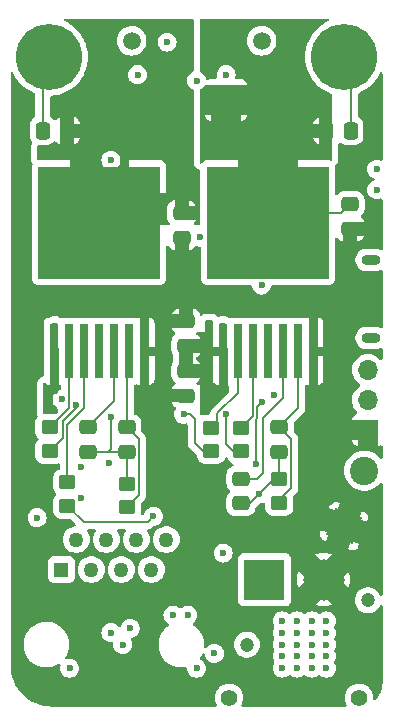
<source format=gtl>
%TF.GenerationSoftware,KiCad,Pcbnew,8.0.3-8.0.3-0~ubuntu22.04.1*%
%TF.CreationDate,2024-06-26T16:43:43-04:00*%
%TF.ProjectId,drive_27A,64726976-655f-4323-9741-2e6b69636164,rev?*%
%TF.SameCoordinates,Original*%
%TF.FileFunction,Copper,L1,Top*%
%TF.FilePolarity,Positive*%
%FSLAX46Y46*%
G04 Gerber Fmt 4.6, Leading zero omitted, Abs format (unit mm)*
G04 Created by KiCad (PCBNEW 8.0.3-8.0.3-0~ubuntu22.04.1) date 2024-06-26 16:43:43*
%MOMM*%
%LPD*%
G01*
G04 APERTURE LIST*
G04 Aperture macros list*
%AMRoundRect*
0 Rectangle with rounded corners*
0 $1 Rounding radius*
0 $2 $3 $4 $5 $6 $7 $8 $9 X,Y pos of 4 corners*
0 Add a 4 corners polygon primitive as box body*
4,1,4,$2,$3,$4,$5,$6,$7,$8,$9,$2,$3,0*
0 Add four circle primitives for the rounded corners*
1,1,$1+$1,$2,$3*
1,1,$1+$1,$4,$5*
1,1,$1+$1,$6,$7*
1,1,$1+$1,$8,$9*
0 Add four rect primitives between the rounded corners*
20,1,$1+$1,$2,$3,$4,$5,0*
20,1,$1+$1,$4,$5,$6,$7,0*
20,1,$1+$1,$6,$7,$8,$9,0*
20,1,$1+$1,$8,$9,$2,$3,0*%
%AMRotRect*
0 Rectangle, with rotation*
0 The origin of the aperture is its center*
0 $1 length*
0 $2 width*
0 $3 Rotation angle, in degrees counterclockwise*
0 Add horizontal line*
21,1,$1,$2,0,0,$3*%
G04 Aperture macros list end*
%TA.AperFunction,SMDPad,CuDef*%
%ADD10R,0.762000X4.683400*%
%TD*%
%TA.AperFunction,SMDPad,CuDef*%
%ADD11R,10.312400X9.557400*%
%TD*%
%TA.AperFunction,ComponentPad*%
%ADD12RotRect,2.400000X2.400000X70.000000*%
%TD*%
%TA.AperFunction,ComponentPad*%
%ADD13C,2.400000*%
%TD*%
%TA.AperFunction,ComponentPad*%
%ADD14R,1.268000X1.268000*%
%TD*%
%TA.AperFunction,ComponentPad*%
%ADD15C,1.268000*%
%TD*%
%TA.AperFunction,SMDPad,CuDef*%
%ADD16RoundRect,0.250000X0.475000X-0.337500X0.475000X0.337500X-0.475000X0.337500X-0.475000X-0.337500X0*%
%TD*%
%TA.AperFunction,ComponentPad*%
%ADD17C,3.600000*%
%TD*%
%TA.AperFunction,ConnectorPad*%
%ADD18C,5.600000*%
%TD*%
%TA.AperFunction,SMDPad,CuDef*%
%ADD19RoundRect,0.250000X-0.475000X0.337500X-0.475000X-0.337500X0.475000X-0.337500X0.475000X0.337500X0*%
%TD*%
%TA.AperFunction,ComponentPad*%
%ADD20C,1.400000*%
%TD*%
%TA.AperFunction,ComponentPad*%
%ADD21R,3.500000X3.500000*%
%TD*%
%TA.AperFunction,ComponentPad*%
%ADD22C,3.500000*%
%TD*%
%TA.AperFunction,SMDPad,CuDef*%
%ADD23RoundRect,0.250000X-0.337500X-0.475000X0.337500X-0.475000X0.337500X0.475000X-0.337500X0.475000X0*%
%TD*%
%TA.AperFunction,SMDPad,CuDef*%
%ADD24RoundRect,0.250000X0.450000X-0.350000X0.450000X0.350000X-0.450000X0.350000X-0.450000X-0.350000X0*%
%TD*%
%TA.AperFunction,ComponentPad*%
%ADD25C,1.508000*%
%TD*%
%TA.AperFunction,ComponentPad*%
%ADD26R,2.550000X2.550000*%
%TD*%
%TA.AperFunction,ComponentPad*%
%ADD27C,2.550000*%
%TD*%
%TA.AperFunction,SMDPad,CuDef*%
%ADD28RoundRect,0.250000X-0.450000X0.350000X-0.450000X-0.350000X0.450000X-0.350000X0.450000X0.350000X0*%
%TD*%
%TA.AperFunction,SMDPad,CuDef*%
%ADD29RoundRect,0.250000X0.337500X0.475000X-0.337500X0.475000X-0.337500X-0.475000X0.337500X-0.475000X0*%
%TD*%
%TA.AperFunction,ComponentPad*%
%ADD30R,1.700000X1.700000*%
%TD*%
%TA.AperFunction,ComponentPad*%
%ADD31O,1.700000X1.700000*%
%TD*%
%TA.AperFunction,ComponentPad*%
%ADD32O,1.600000X0.900000*%
%TD*%
%TA.AperFunction,ViaPad*%
%ADD33C,0.600000*%
%TD*%
%TA.AperFunction,ViaPad*%
%ADD34C,1.200000*%
%TD*%
%TA.AperFunction,Conductor*%
%ADD35C,0.200000*%
%TD*%
%TA.AperFunction,Conductor*%
%ADD36C,0.155814*%
%TD*%
G04 APERTURE END LIST*
D10*
%TO.P,U5,1,GND*%
%TO.N,GND*%
X32740000Y-43158300D03*
%TO.P,U5,2,IN*%
%TO.N,Net-(U5-IN)*%
X34010000Y-43158300D03*
%TO.P,U5,3,EN_(INH)*%
%TO.N,Net-(U5-EN_(INH))*%
X35280000Y-43158300D03*
%TO.P,U5,4*%
%TO.N,N/C*%
X36550000Y-43158300D03*
%TO.P,U5,5,SR*%
%TO.N,Net-(U5-SR)*%
X37820000Y-43158300D03*
%TO.P,U5,6,IS*%
%TO.N,Net-(U5-IS)*%
X39090000Y-43158300D03*
%TO.P,U5,7,VS*%
%TO.N,+24V*%
X40360000Y-43158300D03*
D11*
%TO.P,U5,8,OUT*%
%TO.N,J2-*%
X36550000Y-32278700D03*
%TD*%
D12*
%TO.P,C6,1*%
%TO.N,+24V*%
X42994949Y-57978832D03*
D13*
%TO.P,C6,2*%
%TO.N,GND*%
X44705050Y-53280369D03*
%TD*%
D14*
%TO.P,J2,1*%
%TO.N,CANH*%
X19055000Y-61650000D03*
D15*
%TO.P,J2,2*%
%TO.N,CANL*%
X20325000Y-59110000D03*
%TO.P,J2,3*%
%TO.N,unconnected-(J2-Pad3)*%
X21595000Y-61650000D03*
%TO.P,J2,4*%
%TO.N,unconnected-(J2-Pad4)*%
X22865000Y-59110000D03*
%TO.P,J2,5*%
%TO.N,unconnected-(J2-Pad5)*%
X24135000Y-61650000D03*
%TO.P,J2,6*%
%TO.N,unconnected-(J2-Pad6)*%
X25405000Y-59110000D03*
%TO.P,J2,7*%
%TO.N,+5V*%
X26675000Y-61650000D03*
%TO.P,J2,8*%
%TO.N,GND*%
X27945000Y-59110000D03*
%TD*%
D16*
%TO.P,C10,1*%
%TO.N,+24V*%
X29600000Y-46917100D03*
%TO.P,C10,2*%
%TO.N,GND*%
X29600000Y-44842100D03*
%TD*%
D17*
%TO.P,H2,1,1*%
%TO.N,GND*%
X43000000Y-18250000D03*
D18*
X43000000Y-18250000D03*
%TD*%
D19*
%TO.P,C13,1*%
%TO.N,+24V*%
X29600000Y-40629600D03*
%TO.P,C13,2*%
%TO.N,GND*%
X29600000Y-42704600D03*
%TD*%
D20*
%TO.P,J6,*%
%TO.N,*%
X44250000Y-72500000D03*
X33250000Y-72500000D03*
D21*
%TO.P,J6,1,-*%
%TO.N,GND*%
X36250000Y-62500000D03*
D22*
%TO.P,J6,2,+*%
%TO.N,+24V*%
X41250000Y-62500000D03*
%TD*%
D16*
%TO.P,C8,1*%
%TO.N,+24V*%
X43500000Y-32787500D03*
%TO.P,C8,2*%
%TO.N,J2-*%
X43500000Y-30712500D03*
%TD*%
%TO.P,C7,1*%
%TO.N,+24V*%
X29250000Y-33537500D03*
%TO.P,C7,2*%
%TO.N,J2+*%
X29250000Y-31462500D03*
%TD*%
D23*
%TO.P,C12,1*%
%TO.N,J2-*%
X41462500Y-24500000D03*
%TO.P,C12,2*%
%TO.N,GND*%
X43537500Y-24500000D03*
%TD*%
D24*
%TO.P,R12,1*%
%TO.N,Net-(U5-IS)*%
X37500000Y-56000000D03*
%TO.P,R12,2*%
%TO.N,GND*%
X37500000Y-54000000D03*
%TD*%
D25*
%TO.P,J7,*%
%TO.N,*%
X25000000Y-16879600D03*
X36000000Y-16879600D03*
D26*
%TO.P,J7,1,+*%
%TO.N,J2-*%
X33000000Y-21879600D03*
D27*
%TO.P,J7,2,-*%
%TO.N,J2+*%
X28000000Y-21879600D03*
%TD*%
D24*
%TO.P,R11,1*%
%TO.N,Net-(U4-IS)*%
X24600000Y-56379600D03*
%TO.P,R11,2*%
%TO.N,GND*%
X24600000Y-54379600D03*
%TD*%
D17*
%TO.P,H1,1,1*%
%TO.N,GND*%
X18000000Y-18250000D03*
D18*
X18000000Y-18250000D03*
%TD*%
D10*
%TO.P,U4,1,GND*%
%TO.N,GND*%
X18440000Y-43158300D03*
%TO.P,U4,2,IN*%
%TO.N,Net-(U4-IN)*%
X19710000Y-43158300D03*
%TO.P,U4,3,EN_(INH)*%
%TO.N,Net-(U4-EN_(INH))*%
X20980000Y-43158300D03*
%TO.P,U4,4*%
%TO.N,N/C*%
X22250000Y-43158300D03*
%TO.P,U4,5,SR*%
%TO.N,Net-(U4-SR)*%
X23520000Y-43158300D03*
%TO.P,U4,6,IS*%
%TO.N,Net-(U4-IS)*%
X24790000Y-43158300D03*
%TO.P,U4,7,VS*%
%TO.N,+24V*%
X26060000Y-43158300D03*
D11*
%TO.P,U4,8,OUT*%
%TO.N,J2+*%
X22250000Y-32278700D03*
%TD*%
D19*
%TO.P,C9,1*%
%TO.N,Net-(U4-IS)*%
X24600000Y-49592100D03*
%TO.P,C9,2*%
%TO.N,GND*%
X24600000Y-51667100D03*
%TD*%
D28*
%TO.P,R10,1*%
%TO.N,Net-(U5-EN_(INH))*%
X34300000Y-49629600D03*
%TO.P,R10,2*%
%TO.N,J2_EN_2*%
X34300000Y-51629600D03*
%TD*%
D29*
%TO.P,C11,1*%
%TO.N,J2+*%
X19537500Y-24500000D03*
%TO.P,C11,2*%
%TO.N,GND*%
X17462500Y-24500000D03*
%TD*%
D19*
%TO.P,C14,1*%
%TO.N,Net-(U5-IS)*%
X37500000Y-49592100D03*
%TO.P,C14,2*%
%TO.N,GND*%
X37500000Y-51667100D03*
%TD*%
%TO.P,C16,1*%
%TO.N,Net-(U5-SR)*%
X34250000Y-53962500D03*
%TO.P,C16,2*%
%TO.N,GND*%
X34250000Y-56037500D03*
%TD*%
D28*
%TO.P,R9,1*%
%TO.N,Net-(U4-EN_(INH))*%
X19550000Y-54250000D03*
%TO.P,R9,2*%
%TO.N,J2_EN_1*%
X19550000Y-56250000D03*
%TD*%
D19*
%TO.P,C15,1*%
%TO.N,Net-(U4-SR)*%
X21300000Y-49592100D03*
%TO.P,C15,2*%
%TO.N,GND*%
X21300000Y-51667100D03*
%TD*%
D28*
%TO.P,R8,1*%
%TO.N,Net-(U5-IN)*%
X31750000Y-49629600D03*
%TO.P,R8,2*%
%TO.N,J2_IN_2*%
X31750000Y-51629600D03*
%TD*%
%TO.P,R7,1*%
%TO.N,Net-(U4-IN)*%
X18050000Y-49600000D03*
%TO.P,R7,2*%
%TO.N,J2_IN_1*%
X18050000Y-51600000D03*
%TD*%
D30*
%TO.P,JP1,1,A*%
%TO.N,+24V*%
X45000000Y-49830000D03*
D31*
%TO.P,JP1,2,C*%
%TO.N,Net-(JP1-C)*%
X45000000Y-47290000D03*
%TO.P,JP1,3,B*%
%TO.N,+5V*%
X45000000Y-44750000D03*
%TD*%
D32*
%TO.P,J1,6,Shield*%
%TO.N,GND*%
X45250000Y-35450000D03*
X45250000Y-42050000D03*
%TD*%
D33*
%TO.N,EN_PB*%
X28000000Y-17000000D03*
X30500000Y-20250000D03*
%TO.N,GND*%
X31600000Y-42750000D03*
X18500000Y-41000000D03*
X18500000Y-42750000D03*
X18500000Y-44500000D03*
X19750000Y-70000000D03*
X23250000Y-67000000D03*
X32750000Y-41000000D03*
X33000000Y-19750000D03*
X31600000Y-44500000D03*
X31600000Y-46500000D03*
X23250000Y-48750000D03*
X32750000Y-46500000D03*
X29750000Y-65500000D03*
X32750000Y-42750000D03*
X20676514Y-55566865D03*
X18500000Y-46500000D03*
X17000000Y-57250000D03*
X32000000Y-68750000D03*
X18500000Y-48250000D03*
X28500000Y-65500000D03*
X35800000Y-55250000D03*
X24250000Y-68000000D03*
X45750000Y-27750000D03*
X32750000Y-44500000D03*
X30500000Y-70000000D03*
X31600000Y-41000000D03*
X36000000Y-37557402D03*
%TO.N,GPIO_0*%
X19110000Y-47250000D03*
X23250000Y-26999998D03*
%TO.N,+5V*%
X37095000Y-46845000D03*
%TO.N,+3.3V*%
X41500000Y-69000000D03*
X41500000Y-68000000D03*
X41500000Y-70000000D03*
X41500000Y-66000000D03*
X37750000Y-66000000D03*
X37750000Y-68000000D03*
X40250000Y-68000000D03*
X40250000Y-66000000D03*
X41500000Y-67000000D03*
X37750000Y-67000000D03*
X40250000Y-67000000D03*
X30750000Y-33500000D03*
X39000000Y-70000000D03*
X24875000Y-66625000D03*
X39000000Y-69000000D03*
X39000000Y-66000000D03*
X25500000Y-19750000D03*
X32750000Y-60250000D03*
X39000000Y-68000000D03*
X37750000Y-69000000D03*
X40250000Y-69000000D03*
X37750000Y-70000000D03*
X39000000Y-67000000D03*
X40250000Y-70000000D03*
X45750000Y-29500000D03*
%TO.N,J2_IN_1*%
X20310000Y-47750000D03*
%TO.N,J2_IN_2*%
X29400000Y-48500000D03*
%TO.N,J2_EN_1*%
X26850000Y-57129600D03*
X35500000Y-52750000D03*
X36000000Y-47500000D03*
%TO.N,J2_EN_2*%
X33014065Y-48514065D03*
%TO.N,TXC*%
X20750000Y-53000000D03*
X23106765Y-52643235D03*
D34*
%TO.N,Net-(JP1-C)*%
X34750000Y-68000000D03*
X45000000Y-64250000D03*
%TD*%
D35*
%TO.N,GND*%
X37500000Y-51667100D02*
X37500000Y-54000000D01*
X24600000Y-54379600D02*
X24600000Y-51667100D01*
X23000000Y-51667100D02*
X24600000Y-51667100D01*
X17462500Y-24500000D02*
X17462500Y-19787500D01*
X23000000Y-51667100D02*
X23222937Y-51444163D01*
X23222937Y-48777063D02*
X23250000Y-48750000D01*
X21300000Y-51667100D02*
X23000000Y-51667100D01*
X35012500Y-56037500D02*
X35800000Y-55250000D01*
X43537500Y-19787500D02*
X43000000Y-19250000D01*
X24637500Y-51629600D02*
X24600000Y-51667100D01*
X34250000Y-56037500D02*
X35012500Y-56037500D01*
X43537500Y-24500000D02*
X43537500Y-19787500D01*
X37500000Y-54000000D02*
X37050000Y-54000000D01*
X37050000Y-54000000D02*
X35800000Y-55250000D01*
X23222937Y-51444163D02*
X23222937Y-48777063D01*
X17462500Y-19787500D02*
X18000000Y-19250000D01*
D36*
%TO.N,J2+*%
X25500000Y-35528700D02*
X22250000Y-32278700D01*
%TO.N,J2-*%
X43500000Y-30712500D02*
X42750000Y-31462500D01*
X42750000Y-31462500D02*
X37366200Y-31462500D01*
X37366200Y-31462500D02*
X36550000Y-32278700D01*
D35*
%TO.N,Net-(U4-IS)*%
X24600000Y-49592100D02*
X24600000Y-43348300D01*
X25625000Y-50617100D02*
X24600000Y-49592100D01*
X24600000Y-56379600D02*
X25625000Y-55354600D01*
X25625000Y-55354600D02*
X25625000Y-50617100D01*
X24600000Y-43348300D02*
X24790000Y-43158300D01*
%TO.N,Net-(U5-IS)*%
X37500000Y-49592100D02*
X39090000Y-48002100D01*
X38525000Y-54725000D02*
X38525000Y-50617100D01*
X39090000Y-48002100D02*
X39090000Y-43158300D01*
X37500000Y-55750000D02*
X38525000Y-54725000D01*
X38525000Y-50617100D02*
X37500000Y-49592100D01*
X37500000Y-56000000D02*
X37500000Y-55750000D01*
%TO.N,Net-(U4-SR)*%
X23520000Y-47372100D02*
X21300000Y-49592100D01*
X23520000Y-43158300D02*
X23520000Y-47372100D01*
%TO.N,Net-(U5-SR)*%
X35636029Y-53962500D02*
X36100000Y-53498529D01*
X34250000Y-53962500D02*
X35636029Y-53962500D01*
X36100000Y-53498529D02*
X36100000Y-48805486D01*
X37820000Y-47085486D02*
X37820000Y-43158300D01*
X36100000Y-48805486D02*
X37820000Y-47085486D01*
%TO.N,J2_IN_1*%
X19150000Y-50500000D02*
X19150000Y-49100000D01*
X18050000Y-51600000D02*
X19150000Y-50500000D01*
X19150000Y-49100000D02*
X20310000Y-47940000D01*
X20310000Y-47940000D02*
X20310000Y-47750000D01*
%TO.N,Net-(U4-IN)*%
X18050000Y-49600000D02*
X19710000Y-47940000D01*
X19710000Y-47940000D02*
X19710000Y-43158300D01*
%TO.N,Net-(U5-IN)*%
X32250000Y-49129600D02*
X32250000Y-48429601D01*
X34010000Y-46669601D02*
X34010000Y-43158300D01*
X31750000Y-49629600D02*
X32250000Y-49129600D01*
X32250000Y-48429601D02*
X34010000Y-46669601D01*
%TO.N,J2_IN_2*%
X30350000Y-48879600D02*
X30350000Y-50929600D01*
X29970400Y-48500000D02*
X30350000Y-48879600D01*
X30350000Y-50929600D02*
X31050000Y-51629600D01*
X29400000Y-48500000D02*
X29970400Y-48500000D01*
%TO.N,J2_EN_1*%
X35650000Y-48845286D02*
X35650000Y-47850000D01*
X20929600Y-57629600D02*
X19550000Y-56250000D01*
X35500000Y-52750000D02*
X35500000Y-48995286D01*
X26850000Y-57129600D02*
X26350000Y-57629600D01*
X26350000Y-57629600D02*
X20929600Y-57629600D01*
X35650000Y-47850000D02*
X36000000Y-47500000D01*
X35500000Y-48995286D02*
X35650000Y-48845286D01*
%TO.N,Net-(U4-EN_(INH))*%
X20980000Y-43158300D02*
X20980000Y-47940000D01*
X19550000Y-49370000D02*
X19550000Y-54250000D01*
X20980000Y-47940000D02*
X19550000Y-49370000D01*
%TO.N,J2_EN_2*%
X33014065Y-51043665D02*
X33600000Y-51629600D01*
X33600000Y-51629600D02*
X34300000Y-51629600D01*
X33014065Y-48514065D02*
X33014065Y-51043665D01*
%TO.N,Net-(U5-EN_(INH))*%
X35250000Y-43188300D02*
X35280000Y-43158300D01*
X34300000Y-49629600D02*
X35250000Y-48679600D01*
X35250000Y-48679600D02*
X35250000Y-43188300D01*
%TD*%
%TA.AperFunction,Conductor*%
%TO.N,+24V*%
G36*
X46187323Y-19550051D02*
G01*
X46235622Y-19600538D01*
X46249500Y-19657540D01*
X46249500Y-26901928D01*
X46229815Y-26968967D01*
X46177011Y-27014722D01*
X46107853Y-27024666D01*
X46084546Y-27018970D01*
X45929257Y-26964632D01*
X45929249Y-26964630D01*
X45750004Y-26944435D01*
X45749996Y-26944435D01*
X45570750Y-26964630D01*
X45570745Y-26964631D01*
X45400476Y-27024211D01*
X45247737Y-27120184D01*
X45120184Y-27247737D01*
X45024211Y-27400476D01*
X44964631Y-27570745D01*
X44964630Y-27570750D01*
X44944435Y-27749996D01*
X44944435Y-27750003D01*
X44964630Y-27929249D01*
X44964631Y-27929254D01*
X45024211Y-28099523D01*
X45120184Y-28252262D01*
X45247738Y-28379816D01*
X45400478Y-28475789D01*
X45400480Y-28475790D01*
X45492411Y-28507959D01*
X45549187Y-28548680D01*
X45574934Y-28613633D01*
X45561478Y-28682195D01*
X45513090Y-28732597D01*
X45492411Y-28742041D01*
X45400480Y-28774209D01*
X45247737Y-28870184D01*
X45120184Y-28997737D01*
X45024211Y-29150476D01*
X44964631Y-29320745D01*
X44964630Y-29320750D01*
X44944435Y-29499996D01*
X44944435Y-29500003D01*
X44964630Y-29679249D01*
X44964631Y-29679254D01*
X45024211Y-29849523D01*
X45088720Y-29952188D01*
X45120184Y-30002262D01*
X45247738Y-30129816D01*
X45400478Y-30225789D01*
X45570739Y-30285366D01*
X45570745Y-30285368D01*
X45570750Y-30285369D01*
X45749996Y-30305565D01*
X45750000Y-30305565D01*
X45750004Y-30305565D01*
X45929249Y-30285369D01*
X45929251Y-30285368D01*
X45929255Y-30285368D01*
X45929258Y-30285366D01*
X45929262Y-30285366D01*
X46084545Y-30231030D01*
X46154324Y-30227468D01*
X46214951Y-30262196D01*
X46247179Y-30324190D01*
X46249500Y-30348071D01*
X46249500Y-34508836D01*
X46229815Y-34575875D01*
X46177011Y-34621630D01*
X46107853Y-34631574D01*
X46056615Y-34611942D01*
X46050240Y-34607683D01*
X46050228Y-34607676D01*
X45877251Y-34536027D01*
X45877243Y-34536025D01*
X45693620Y-34499500D01*
X45693616Y-34499500D01*
X44806384Y-34499500D01*
X44806379Y-34499500D01*
X44622756Y-34536025D01*
X44622748Y-34536027D01*
X44449771Y-34607676D01*
X44449762Y-34607681D01*
X44294092Y-34711697D01*
X44294088Y-34711700D01*
X44161700Y-34844088D01*
X44161697Y-34844092D01*
X44057681Y-34999762D01*
X44057676Y-34999771D01*
X43986027Y-35172748D01*
X43986025Y-35172756D01*
X43949500Y-35356379D01*
X43949500Y-35543620D01*
X43986025Y-35727243D01*
X43986027Y-35727251D01*
X44057676Y-35900228D01*
X44057681Y-35900237D01*
X44161697Y-36055907D01*
X44161700Y-36055911D01*
X44294088Y-36188299D01*
X44294092Y-36188302D01*
X44449762Y-36292318D01*
X44449768Y-36292321D01*
X44449769Y-36292322D01*
X44622749Y-36363973D01*
X44806379Y-36400499D01*
X44806383Y-36400500D01*
X44806384Y-36400500D01*
X45693617Y-36400500D01*
X45693618Y-36400499D01*
X45877251Y-36363973D01*
X46050231Y-36292322D01*
X46050237Y-36292318D01*
X46056609Y-36288061D01*
X46123286Y-36267183D01*
X46190667Y-36285667D01*
X46237357Y-36337646D01*
X46249500Y-36391163D01*
X46249500Y-41108836D01*
X46229815Y-41175875D01*
X46177011Y-41221630D01*
X46107853Y-41231574D01*
X46056615Y-41211942D01*
X46050240Y-41207683D01*
X46050228Y-41207676D01*
X45877251Y-41136027D01*
X45877243Y-41136025D01*
X45693620Y-41099500D01*
X45693616Y-41099500D01*
X44806384Y-41099500D01*
X44806379Y-41099500D01*
X44622756Y-41136025D01*
X44622748Y-41136027D01*
X44449771Y-41207676D01*
X44449762Y-41207681D01*
X44294092Y-41311697D01*
X44294088Y-41311700D01*
X44161700Y-41444088D01*
X44161697Y-41444092D01*
X44057681Y-41599762D01*
X44057676Y-41599771D01*
X43986027Y-41772748D01*
X43986025Y-41772756D01*
X43949500Y-41956379D01*
X43949500Y-42143620D01*
X43986025Y-42327243D01*
X43986027Y-42327251D01*
X44057676Y-42500228D01*
X44057681Y-42500237D01*
X44161697Y-42655907D01*
X44161700Y-42655911D01*
X44294088Y-42788299D01*
X44294092Y-42788302D01*
X44449762Y-42892318D01*
X44449771Y-42892323D01*
X44471444Y-42901300D01*
X44622749Y-42963973D01*
X44806379Y-43000499D01*
X44806383Y-43000500D01*
X44806384Y-43000500D01*
X45693617Y-43000500D01*
X45693618Y-43000499D01*
X45877251Y-42963973D01*
X46050231Y-42892322D01*
X46050237Y-42892318D01*
X46056609Y-42888061D01*
X46123286Y-42867183D01*
X46190667Y-42885667D01*
X46237357Y-42937646D01*
X46249500Y-42991163D01*
X46249500Y-43790241D01*
X46229815Y-43857280D01*
X46177011Y-43903035D01*
X46107853Y-43912979D01*
X46044297Y-43883954D01*
X46037819Y-43877922D01*
X45871402Y-43711506D01*
X45871395Y-43711501D01*
X45677834Y-43575967D01*
X45677830Y-43575965D01*
X45677828Y-43575964D01*
X45463663Y-43476097D01*
X45463659Y-43476096D01*
X45463655Y-43476094D01*
X45235413Y-43414938D01*
X45235403Y-43414936D01*
X45000001Y-43394341D01*
X44999999Y-43394341D01*
X44764596Y-43414936D01*
X44764586Y-43414938D01*
X44536344Y-43476094D01*
X44536335Y-43476098D01*
X44322171Y-43575964D01*
X44322169Y-43575965D01*
X44128597Y-43711505D01*
X43961505Y-43878597D01*
X43825965Y-44072169D01*
X43825964Y-44072171D01*
X43726098Y-44286335D01*
X43726094Y-44286344D01*
X43664938Y-44514586D01*
X43664936Y-44514596D01*
X43644341Y-44749999D01*
X43644341Y-44750000D01*
X43664936Y-44985403D01*
X43664938Y-44985413D01*
X43726094Y-45213655D01*
X43726096Y-45213659D01*
X43726097Y-45213663D01*
X43787390Y-45345106D01*
X43825965Y-45427830D01*
X43825967Y-45427834D01*
X43961501Y-45621395D01*
X43961506Y-45621402D01*
X44128597Y-45788493D01*
X44128603Y-45788498D01*
X44314158Y-45918425D01*
X44357783Y-45973002D01*
X44364977Y-46042500D01*
X44333454Y-46104855D01*
X44314158Y-46121575D01*
X44128597Y-46251505D01*
X43961505Y-46418597D01*
X43825965Y-46612169D01*
X43825964Y-46612171D01*
X43726098Y-46826335D01*
X43726094Y-46826344D01*
X43664938Y-47054586D01*
X43664936Y-47054596D01*
X43644341Y-47289999D01*
X43644341Y-47290000D01*
X43664936Y-47525403D01*
X43664938Y-47525413D01*
X43726094Y-47753655D01*
X43726096Y-47753659D01*
X43726097Y-47753663D01*
X43780432Y-47870184D01*
X43825965Y-47967830D01*
X43825967Y-47967834D01*
X43961501Y-48161395D01*
X43961506Y-48161402D01*
X44083818Y-48283714D01*
X44117303Y-48345037D01*
X44112319Y-48414729D01*
X44070447Y-48470662D01*
X44039471Y-48487577D01*
X43907912Y-48536646D01*
X43907906Y-48536649D01*
X43792812Y-48622809D01*
X43792809Y-48622812D01*
X43706649Y-48737906D01*
X43706645Y-48737913D01*
X43656403Y-48872620D01*
X43656401Y-48872627D01*
X43650000Y-48932155D01*
X43650000Y-48980000D01*
X45726000Y-48980000D01*
X45793039Y-48999685D01*
X45838794Y-49052489D01*
X45850000Y-49104000D01*
X45850000Y-51180000D01*
X45897828Y-51180000D01*
X45897844Y-51179999D01*
X45957372Y-51173598D01*
X45957379Y-51173596D01*
X46082167Y-51127054D01*
X46151858Y-51122070D01*
X46213182Y-51155555D01*
X46246666Y-51216878D01*
X46249500Y-51243236D01*
X46249500Y-52135286D01*
X46229815Y-52202325D01*
X46177011Y-52248080D01*
X46107853Y-52258024D01*
X46044297Y-52228999D01*
X46028553Y-52212599D01*
X45997491Y-52173649D01*
X45955100Y-52120492D01*
X45768267Y-51947137D01*
X45557684Y-51803564D01*
X45557680Y-51803562D01*
X45557677Y-51803560D01*
X45557676Y-51803559D01*
X45328056Y-51692981D01*
X45328058Y-51692981D01*
X45084516Y-51617858D01*
X45084512Y-51617857D01*
X45084508Y-51617856D01*
X44963281Y-51599583D01*
X44832490Y-51579869D01*
X44832485Y-51579869D01*
X44577615Y-51579869D01*
X44577609Y-51579869D01*
X44420659Y-51603526D01*
X44325592Y-51617856D01*
X44325589Y-51617857D01*
X44325583Y-51617858D01*
X44082042Y-51692981D01*
X43852423Y-51803559D01*
X43852422Y-51803560D01*
X43641832Y-51947137D01*
X43455002Y-52120490D01*
X43455000Y-52120492D01*
X43296091Y-52319757D01*
X43168658Y-52540478D01*
X43075542Y-52777731D01*
X43075540Y-52777738D01*
X43018827Y-53026214D01*
X42999782Y-53280364D01*
X42999782Y-53280373D01*
X43018827Y-53534523D01*
X43062482Y-53725789D01*
X43075542Y-53783006D01*
X43168657Y-54020257D01*
X43296091Y-54240981D01*
X43455000Y-54440246D01*
X43641833Y-54613601D01*
X43852416Y-54757174D01*
X43852421Y-54757176D01*
X43852422Y-54757177D01*
X43852423Y-54757178D01*
X43974378Y-54815907D01*
X44082042Y-54867756D01*
X44082043Y-54867756D01*
X44082046Y-54867758D01*
X44325592Y-54942882D01*
X44577615Y-54980869D01*
X44832485Y-54980869D01*
X45084508Y-54942882D01*
X45328054Y-54867758D01*
X45511114Y-54779601D01*
X45557676Y-54757178D01*
X45557676Y-54757177D01*
X45557684Y-54757174D01*
X45768267Y-54613601D01*
X45955100Y-54440246D01*
X46028555Y-54348136D01*
X46085741Y-54307998D01*
X46155553Y-54305148D01*
X46215823Y-54340493D01*
X46247416Y-54402812D01*
X46249500Y-54425451D01*
X46249500Y-63763179D01*
X46229815Y-63830218D01*
X46177011Y-63875973D01*
X46107853Y-63885917D01*
X46044297Y-63856892D01*
X46014500Y-63818451D01*
X45966608Y-63722273D01*
X45939673Y-63668179D01*
X45816764Y-63505421D01*
X45816762Y-63505418D01*
X45666041Y-63368019D01*
X45666039Y-63368017D01*
X45492642Y-63260655D01*
X45492635Y-63260651D01*
X45382838Y-63218116D01*
X45302456Y-63186976D01*
X45101976Y-63149500D01*
X44898024Y-63149500D01*
X44697544Y-63186976D01*
X44697541Y-63186976D01*
X44697541Y-63186977D01*
X44507364Y-63260651D01*
X44507357Y-63260655D01*
X44333960Y-63368017D01*
X44333958Y-63368019D01*
X44183237Y-63505418D01*
X44060327Y-63668178D01*
X43969422Y-63850739D01*
X43969417Y-63850752D01*
X43913602Y-64046917D01*
X43894785Y-64249999D01*
X43894785Y-64250000D01*
X43913602Y-64453082D01*
X43969417Y-64649247D01*
X43969422Y-64649260D01*
X44060327Y-64831821D01*
X44183237Y-64994581D01*
X44333958Y-65131980D01*
X44333960Y-65131982D01*
X44433141Y-65193392D01*
X44507363Y-65239348D01*
X44697544Y-65313024D01*
X44898024Y-65350500D01*
X44898026Y-65350500D01*
X45101974Y-65350500D01*
X45101976Y-65350500D01*
X45302456Y-65313024D01*
X45492637Y-65239348D01*
X45666041Y-65131981D01*
X45816764Y-64994579D01*
X45939673Y-64831821D01*
X46008083Y-64694435D01*
X46014500Y-64681548D01*
X46062003Y-64630311D01*
X46129666Y-64612890D01*
X46196006Y-64634816D01*
X46239961Y-64689127D01*
X46249500Y-64736820D01*
X46249500Y-71245933D01*
X46249235Y-71254043D01*
X46232925Y-71502883D01*
X46230807Y-71518964D01*
X46182954Y-71759535D01*
X46178756Y-71775202D01*
X46099909Y-72007479D01*
X46093702Y-72022465D01*
X45985212Y-72242460D01*
X45977102Y-72256507D01*
X45840825Y-72460460D01*
X45830951Y-72473328D01*
X45669218Y-72657749D01*
X45657744Y-72669222D01*
X45654633Y-72671950D01*
X45591250Y-72701350D01*
X45522034Y-72691814D01*
X45468961Y-72646372D01*
X45448881Y-72579450D01*
X45449406Y-72567298D01*
X45455643Y-72500000D01*
X45435115Y-72278464D01*
X45374229Y-72064472D01*
X45353312Y-72022465D01*
X45275061Y-71865316D01*
X45275056Y-71865308D01*
X45140979Y-71687761D01*
X44976562Y-71537876D01*
X44976560Y-71537874D01*
X44787404Y-71420754D01*
X44787398Y-71420752D01*
X44579940Y-71340382D01*
X44361243Y-71299500D01*
X44138757Y-71299500D01*
X43920060Y-71340382D01*
X43788864Y-71391207D01*
X43712601Y-71420752D01*
X43712595Y-71420754D01*
X43523439Y-71537874D01*
X43523437Y-71537876D01*
X43359020Y-71687761D01*
X43224943Y-71865308D01*
X43224938Y-71865316D01*
X43125775Y-72064461D01*
X43125769Y-72064476D01*
X43064885Y-72278462D01*
X43064884Y-72278464D01*
X43044357Y-72499999D01*
X43044357Y-72500000D01*
X43064884Y-72721535D01*
X43064885Y-72721537D01*
X43125769Y-72935523D01*
X43125775Y-72935538D01*
X43192844Y-73070228D01*
X43205105Y-73139013D01*
X43178232Y-73203508D01*
X43120757Y-73243236D01*
X43081844Y-73249500D01*
X34418156Y-73249500D01*
X34351117Y-73229815D01*
X34305362Y-73177011D01*
X34295418Y-73107853D01*
X34307156Y-73070228D01*
X34374224Y-72935538D01*
X34374223Y-72935538D01*
X34374229Y-72935528D01*
X34435115Y-72721536D01*
X34455643Y-72500000D01*
X34435115Y-72278464D01*
X34374229Y-72064472D01*
X34353312Y-72022465D01*
X34275061Y-71865316D01*
X34275056Y-71865308D01*
X34140979Y-71687761D01*
X33976562Y-71537876D01*
X33976560Y-71537874D01*
X33787404Y-71420754D01*
X33787398Y-71420752D01*
X33579940Y-71340382D01*
X33361243Y-71299500D01*
X33138757Y-71299500D01*
X32920060Y-71340382D01*
X32788864Y-71391207D01*
X32712601Y-71420752D01*
X32712595Y-71420754D01*
X32523439Y-71537874D01*
X32523437Y-71537876D01*
X32359020Y-71687761D01*
X32224943Y-71865308D01*
X32224938Y-71865316D01*
X32125775Y-72064461D01*
X32125769Y-72064476D01*
X32064885Y-72278462D01*
X32064884Y-72278464D01*
X32044357Y-72499999D01*
X32044357Y-72500000D01*
X32064884Y-72721535D01*
X32064885Y-72721537D01*
X32125769Y-72935523D01*
X32125775Y-72935538D01*
X32192844Y-73070228D01*
X32205105Y-73139013D01*
X32178232Y-73203508D01*
X32120757Y-73243236D01*
X32081844Y-73249500D01*
X18253051Y-73249500D01*
X18246968Y-73249351D01*
X18226900Y-73248365D01*
X17913071Y-73232947D01*
X17900962Y-73231754D01*
X17573305Y-73183151D01*
X17561369Y-73180777D01*
X17240055Y-73100292D01*
X17228411Y-73096759D01*
X16916540Y-72985170D01*
X16905301Y-72980515D01*
X16605844Y-72838883D01*
X16595121Y-72833150D01*
X16311011Y-72662862D01*
X16300893Y-72656102D01*
X16034829Y-72458775D01*
X16025423Y-72451055D01*
X15834998Y-72278464D01*
X15779986Y-72228604D01*
X15771395Y-72220013D01*
X15548944Y-71974576D01*
X15541224Y-71965170D01*
X15388714Y-71759535D01*
X15343895Y-71699103D01*
X15337137Y-71688988D01*
X15166844Y-71404871D01*
X15161120Y-71394163D01*
X15019479Y-71094688D01*
X15014829Y-71083459D01*
X14903240Y-70771588D01*
X14899707Y-70759944D01*
X14891152Y-70725789D01*
X14819219Y-70438617D01*
X14816848Y-70426694D01*
X14768245Y-70099037D01*
X14767052Y-70086927D01*
X14750649Y-69753032D01*
X14750500Y-69746948D01*
X14750500Y-67873788D01*
X15858500Y-67873788D01*
X15858500Y-68126211D01*
X15882168Y-68305981D01*
X15891446Y-68376452D01*
X15897883Y-68400476D01*
X15956773Y-68620258D01*
X16053363Y-68853447D01*
X16053372Y-68853464D01*
X16179566Y-69072041D01*
X16179568Y-69072045D01*
X16333227Y-69272294D01*
X16333235Y-69272303D01*
X16511697Y-69450765D01*
X16511705Y-69450772D01*
X16711954Y-69604431D01*
X16711958Y-69604433D01*
X16930535Y-69730627D01*
X16930552Y-69730636D01*
X17059758Y-69784154D01*
X17163740Y-69827226D01*
X17407548Y-69892554D01*
X17657796Y-69925500D01*
X17657803Y-69925500D01*
X17910197Y-69925500D01*
X17910204Y-69925500D01*
X18160452Y-69892554D01*
X18404260Y-69827226D01*
X18637454Y-69730633D01*
X18797559Y-69638196D01*
X18865460Y-69621724D01*
X18931486Y-69644577D01*
X18974677Y-69699498D01*
X18981318Y-69769052D01*
X18976601Y-69786538D01*
X18964632Y-69820742D01*
X18964630Y-69820750D01*
X18944435Y-69999996D01*
X18944435Y-70000003D01*
X18964630Y-70179249D01*
X18964631Y-70179254D01*
X19024211Y-70349523D01*
X19072701Y-70426694D01*
X19120184Y-70502262D01*
X19247738Y-70629816D01*
X19400478Y-70725789D01*
X19514969Y-70765851D01*
X19570745Y-70785368D01*
X19570750Y-70785369D01*
X19749996Y-70805565D01*
X19750000Y-70805565D01*
X19750004Y-70805565D01*
X19929249Y-70785369D01*
X19929252Y-70785368D01*
X19929255Y-70785368D01*
X20099522Y-70725789D01*
X20252262Y-70629816D01*
X20379816Y-70502262D01*
X20475789Y-70349522D01*
X20535368Y-70179255D01*
X20535369Y-70179249D01*
X20555565Y-70000003D01*
X20555565Y-69999996D01*
X20535369Y-69820750D01*
X20535368Y-69820745D01*
X20492942Y-69699498D01*
X20475789Y-69650478D01*
X20468072Y-69638197D01*
X20403461Y-69535369D01*
X20379816Y-69497738D01*
X20252262Y-69370184D01*
X20219379Y-69349522D01*
X20099523Y-69274211D01*
X19929254Y-69214631D01*
X19929249Y-69214630D01*
X19750004Y-69194435D01*
X19749996Y-69194435D01*
X19570750Y-69214630D01*
X19570737Y-69214633D01*
X19554542Y-69220300D01*
X19484763Y-69223859D01*
X19424137Y-69189128D01*
X19391912Y-69127134D01*
X19398320Y-69057558D01*
X19406200Y-69041266D01*
X19514633Y-68853454D01*
X19611226Y-68620260D01*
X19676554Y-68376452D01*
X19709500Y-68126204D01*
X19709500Y-67873796D01*
X19676554Y-67623548D01*
X19611226Y-67379740D01*
X19550723Y-67233674D01*
X19514636Y-67146552D01*
X19514627Y-67146535D01*
X19430024Y-66999996D01*
X22444435Y-66999996D01*
X22444435Y-67000003D01*
X22464630Y-67179249D01*
X22464631Y-67179254D01*
X22524211Y-67349523D01*
X22577309Y-67434027D01*
X22620184Y-67502262D01*
X22747738Y-67629816D01*
X22900478Y-67725789D01*
X23070745Y-67785368D01*
X23070750Y-67785369D01*
X23249996Y-67805565D01*
X23250000Y-67805565D01*
X23250002Y-67805565D01*
X23279449Y-67802246D01*
X23314610Y-67798285D01*
X23383432Y-67810339D01*
X23434811Y-67857688D01*
X23452436Y-67925298D01*
X23451714Y-67935388D01*
X23444435Y-67999995D01*
X23444435Y-68000003D01*
X23464630Y-68179249D01*
X23464631Y-68179254D01*
X23524211Y-68349523D01*
X23577309Y-68434027D01*
X23620184Y-68502262D01*
X23747738Y-68629816D01*
X23900478Y-68725789D01*
X23969678Y-68750003D01*
X24070745Y-68785368D01*
X24070750Y-68785369D01*
X24249996Y-68805565D01*
X24250000Y-68805565D01*
X24250004Y-68805565D01*
X24429249Y-68785369D01*
X24429252Y-68785368D01*
X24429255Y-68785368D01*
X24599522Y-68725789D01*
X24752262Y-68629816D01*
X24879816Y-68502262D01*
X24975789Y-68349522D01*
X25035368Y-68179255D01*
X25041345Y-68126206D01*
X25055565Y-68000003D01*
X25055565Y-67999996D01*
X25041345Y-67873788D01*
X27290500Y-67873788D01*
X27290500Y-68126211D01*
X27314168Y-68305981D01*
X27323446Y-68376452D01*
X27329883Y-68400476D01*
X27388773Y-68620258D01*
X27485363Y-68853447D01*
X27485372Y-68853464D01*
X27611566Y-69072041D01*
X27611568Y-69072045D01*
X27765227Y-69272294D01*
X27765235Y-69272303D01*
X27943697Y-69450765D01*
X27943705Y-69450772D01*
X28143954Y-69604431D01*
X28143958Y-69604433D01*
X28362535Y-69730627D01*
X28362552Y-69730636D01*
X28491758Y-69784154D01*
X28595740Y-69827226D01*
X28839548Y-69892554D01*
X29089796Y-69925500D01*
X29089803Y-69925500D01*
X29342197Y-69925500D01*
X29342204Y-69925500D01*
X29555755Y-69897385D01*
X29624790Y-69908150D01*
X29677046Y-69954530D01*
X29695160Y-70006441D01*
X29714630Y-70179249D01*
X29714631Y-70179254D01*
X29774211Y-70349523D01*
X29822701Y-70426694D01*
X29870184Y-70502262D01*
X29997738Y-70629816D01*
X30150478Y-70725789D01*
X30264969Y-70765851D01*
X30320745Y-70785368D01*
X30320750Y-70785369D01*
X30499996Y-70805565D01*
X30500000Y-70805565D01*
X30500004Y-70805565D01*
X30679249Y-70785369D01*
X30679252Y-70785368D01*
X30679255Y-70785368D01*
X30849522Y-70725789D01*
X31002262Y-70629816D01*
X31129816Y-70502262D01*
X31225789Y-70349522D01*
X31285368Y-70179255D01*
X31285369Y-70179249D01*
X31305565Y-70000003D01*
X31305565Y-69999996D01*
X31285369Y-69820750D01*
X31285368Y-69820745D01*
X31242942Y-69699498D01*
X31225789Y-69650478D01*
X31218072Y-69638197D01*
X31153461Y-69535369D01*
X31129816Y-69497738D01*
X31002262Y-69370184D01*
X30969379Y-69349522D01*
X30843626Y-69270506D01*
X30844768Y-69268688D01*
X30800582Y-69228789D01*
X30782273Y-69161361D01*
X30803325Y-69094739D01*
X30807861Y-69088424D01*
X30820430Y-69072046D01*
X30946633Y-68853454D01*
X30966648Y-68805133D01*
X31010486Y-68750732D01*
X31076780Y-68728666D01*
X31144480Y-68745944D01*
X31192091Y-68797080D01*
X31204428Y-68838703D01*
X31214630Y-68929250D01*
X31214631Y-68929254D01*
X31274211Y-69099523D01*
X31324315Y-69179262D01*
X31370184Y-69252262D01*
X31497738Y-69379816D01*
X31584014Y-69434027D01*
X31610652Y-69450765D01*
X31650478Y-69475789D01*
X31820745Y-69535368D01*
X31820750Y-69535369D01*
X31999996Y-69555565D01*
X32000000Y-69555565D01*
X32000004Y-69555565D01*
X32179249Y-69535369D01*
X32179252Y-69535368D01*
X32179255Y-69535368D01*
X32349522Y-69475789D01*
X32502262Y-69379816D01*
X32629816Y-69252262D01*
X32725789Y-69099522D01*
X32785368Y-68929255D01*
X32785369Y-68929249D01*
X32805565Y-68750003D01*
X32805565Y-68749996D01*
X32785369Y-68570750D01*
X32785368Y-68570745D01*
X32783698Y-68565973D01*
X32725789Y-68400478D01*
X32725017Y-68399250D01*
X32673101Y-68316626D01*
X32629816Y-68247738D01*
X32502262Y-68120184D01*
X32349523Y-68024211D01*
X32280329Y-67999999D01*
X33644785Y-67999999D01*
X33644785Y-68000000D01*
X33663602Y-68203082D01*
X33719417Y-68399247D01*
X33719422Y-68399260D01*
X33810327Y-68581821D01*
X33933237Y-68744581D01*
X34083958Y-68881980D01*
X34083960Y-68881982D01*
X34160301Y-68929250D01*
X34257363Y-68989348D01*
X34447544Y-69063024D01*
X34648024Y-69100500D01*
X34648026Y-69100500D01*
X34851974Y-69100500D01*
X34851976Y-69100500D01*
X35052456Y-69063024D01*
X35242637Y-68989348D01*
X35416041Y-68881981D01*
X35544122Y-68765219D01*
X35566762Y-68744581D01*
X35566764Y-68744579D01*
X35689673Y-68581821D01*
X35780582Y-68399250D01*
X35836397Y-68203083D01*
X35855215Y-68000000D01*
X35836397Y-67796917D01*
X35780582Y-67600750D01*
X35763265Y-67565973D01*
X35691730Y-67422311D01*
X35689673Y-67418179D01*
X35566764Y-67255421D01*
X35566762Y-67255418D01*
X35416041Y-67118019D01*
X35416039Y-67118017D01*
X35242642Y-67010655D01*
X35242635Y-67010651D01*
X35147546Y-66973814D01*
X35052456Y-66936976D01*
X34851976Y-66899500D01*
X34648024Y-66899500D01*
X34447544Y-66936976D01*
X34447541Y-66936976D01*
X34447541Y-66936977D01*
X34257364Y-67010651D01*
X34257357Y-67010655D01*
X34083960Y-67118017D01*
X34083958Y-67118019D01*
X33933237Y-67255418D01*
X33810327Y-67418178D01*
X33719422Y-67600739D01*
X33719417Y-67600752D01*
X33663602Y-67796917D01*
X33644785Y-67999999D01*
X32280329Y-67999999D01*
X32179254Y-67964631D01*
X32179249Y-67964630D01*
X32000004Y-67944435D01*
X31999996Y-67944435D01*
X31820750Y-67964630D01*
X31820745Y-67964631D01*
X31650476Y-68024211D01*
X31497737Y-68120184D01*
X31370183Y-68247738D01*
X31362672Y-68259692D01*
X31310335Y-68305981D01*
X31241281Y-68316626D01*
X31177434Y-68288247D01*
X31139065Y-68229856D01*
X31134742Y-68177532D01*
X31141500Y-68126204D01*
X31141500Y-67873796D01*
X31108554Y-67623548D01*
X31043226Y-67379740D01*
X30982723Y-67233674D01*
X30946636Y-67146552D01*
X30946627Y-67146535D01*
X30820433Y-66927958D01*
X30820431Y-66927954D01*
X30666772Y-66727705D01*
X30666765Y-66727697D01*
X30488303Y-66549235D01*
X30488294Y-66549227D01*
X30288045Y-66395568D01*
X30288041Y-66395566D01*
X30227200Y-66360440D01*
X30178984Y-66309874D01*
X30165760Y-66241267D01*
X30191728Y-66176402D01*
X30223223Y-66148062D01*
X30252262Y-66129816D01*
X30379816Y-66002262D01*
X30381240Y-65999996D01*
X36944435Y-65999996D01*
X36944435Y-66000003D01*
X36964630Y-66179249D01*
X36964633Y-66179262D01*
X37024209Y-66349520D01*
X37077309Y-66434029D01*
X37096309Y-66501266D01*
X37077309Y-66565971D01*
X37024209Y-66650479D01*
X36964633Y-66820737D01*
X36964630Y-66820750D01*
X36944435Y-66999996D01*
X36944435Y-67000003D01*
X36964630Y-67179249D01*
X36964633Y-67179262D01*
X37024209Y-67349520D01*
X37077309Y-67434029D01*
X37096309Y-67501266D01*
X37077309Y-67565971D01*
X37024209Y-67650479D01*
X36964633Y-67820737D01*
X36964630Y-67820750D01*
X36944435Y-67999996D01*
X36944435Y-68000003D01*
X36964630Y-68179249D01*
X36964633Y-68179262D01*
X37024209Y-68349520D01*
X37077309Y-68434029D01*
X37096309Y-68501266D01*
X37077309Y-68565971D01*
X37024209Y-68650479D01*
X36964633Y-68820737D01*
X36964630Y-68820750D01*
X36944435Y-68999996D01*
X36944435Y-69000003D01*
X36964630Y-69179249D01*
X36964633Y-69179262D01*
X37024209Y-69349520D01*
X37077309Y-69434029D01*
X37096309Y-69501266D01*
X37077309Y-69565971D01*
X37024209Y-69650479D01*
X36964633Y-69820737D01*
X36964630Y-69820750D01*
X36944435Y-69999996D01*
X36944435Y-70000003D01*
X36964630Y-70179249D01*
X36964631Y-70179254D01*
X37024211Y-70349523D01*
X37072701Y-70426694D01*
X37120184Y-70502262D01*
X37247738Y-70629816D01*
X37400478Y-70725789D01*
X37514969Y-70765851D01*
X37570745Y-70785368D01*
X37570750Y-70785369D01*
X37749996Y-70805565D01*
X37750000Y-70805565D01*
X37750004Y-70805565D01*
X37929249Y-70785369D01*
X37929252Y-70785368D01*
X37929255Y-70785368D01*
X38099522Y-70725789D01*
X38252262Y-70629816D01*
X38287319Y-70594759D01*
X38348642Y-70561274D01*
X38418334Y-70566258D01*
X38462681Y-70594759D01*
X38497738Y-70629816D01*
X38650478Y-70725789D01*
X38764969Y-70765851D01*
X38820745Y-70785368D01*
X38820750Y-70785369D01*
X38999996Y-70805565D01*
X39000000Y-70805565D01*
X39000004Y-70805565D01*
X39179249Y-70785369D01*
X39179252Y-70785368D01*
X39179255Y-70785368D01*
X39349522Y-70725789D01*
X39502262Y-70629816D01*
X39537319Y-70594759D01*
X39598642Y-70561274D01*
X39668334Y-70566258D01*
X39712681Y-70594759D01*
X39747738Y-70629816D01*
X39900478Y-70725789D01*
X40014969Y-70765851D01*
X40070745Y-70785368D01*
X40070750Y-70785369D01*
X40249996Y-70805565D01*
X40250000Y-70805565D01*
X40250004Y-70805565D01*
X40429249Y-70785369D01*
X40429252Y-70785368D01*
X40429255Y-70785368D01*
X40599522Y-70725789D01*
X40752262Y-70629816D01*
X40787319Y-70594759D01*
X40848642Y-70561274D01*
X40918334Y-70566258D01*
X40962681Y-70594759D01*
X40997738Y-70629816D01*
X41150478Y-70725789D01*
X41264969Y-70765851D01*
X41320745Y-70785368D01*
X41320750Y-70785369D01*
X41499996Y-70805565D01*
X41500000Y-70805565D01*
X41500004Y-70805565D01*
X41679249Y-70785369D01*
X41679252Y-70785368D01*
X41679255Y-70785368D01*
X41849522Y-70725789D01*
X42002262Y-70629816D01*
X42129816Y-70502262D01*
X42225789Y-70349522D01*
X42285368Y-70179255D01*
X42285369Y-70179249D01*
X42305565Y-70000003D01*
X42305565Y-69999996D01*
X42285369Y-69820750D01*
X42285368Y-69820745D01*
X42225788Y-69650475D01*
X42172691Y-69565973D01*
X42153690Y-69498736D01*
X42172691Y-69434027D01*
X42225788Y-69349524D01*
X42225789Y-69349522D01*
X42285368Y-69179255D01*
X42291241Y-69127134D01*
X42305565Y-69000003D01*
X42305565Y-68999996D01*
X42285369Y-68820750D01*
X42285368Y-68820745D01*
X42225788Y-68650475D01*
X42172691Y-68565973D01*
X42153690Y-68498736D01*
X42172691Y-68434027D01*
X42225788Y-68349524D01*
X42225789Y-68349522D01*
X42285368Y-68179255D01*
X42291345Y-68126206D01*
X42305565Y-68000003D01*
X42305565Y-67999996D01*
X42285369Y-67820750D01*
X42285368Y-67820745D01*
X42225788Y-67650475D01*
X42172691Y-67565973D01*
X42153690Y-67498736D01*
X42172691Y-67434027D01*
X42225788Y-67349524D01*
X42225789Y-67349522D01*
X42285368Y-67179255D01*
X42289053Y-67146552D01*
X42305565Y-67000003D01*
X42305565Y-66999996D01*
X42285369Y-66820750D01*
X42285368Y-66820745D01*
X42225788Y-66650475D01*
X42172691Y-66565973D01*
X42153690Y-66498736D01*
X42172691Y-66434027D01*
X42225788Y-66349524D01*
X42225789Y-66349522D01*
X42285368Y-66179255D01*
X42285369Y-66179249D01*
X42305565Y-66000003D01*
X42305565Y-65999996D01*
X42285369Y-65820750D01*
X42285368Y-65820745D01*
X42284910Y-65819435D01*
X42225789Y-65650478D01*
X42129816Y-65497738D01*
X42002262Y-65370184D01*
X41970935Y-65350500D01*
X41849523Y-65274211D01*
X41679254Y-65214631D01*
X41679249Y-65214630D01*
X41500004Y-65194435D01*
X41499996Y-65194435D01*
X41320750Y-65214630D01*
X41320745Y-65214631D01*
X41150476Y-65274211D01*
X40997737Y-65370184D01*
X40962681Y-65405241D01*
X40901358Y-65438726D01*
X40831666Y-65433742D01*
X40787319Y-65405241D01*
X40752262Y-65370184D01*
X40599523Y-65274211D01*
X40429254Y-65214631D01*
X40429249Y-65214630D01*
X40250004Y-65194435D01*
X40249996Y-65194435D01*
X40070750Y-65214630D01*
X40070745Y-65214631D01*
X39900476Y-65274211D01*
X39747737Y-65370184D01*
X39712681Y-65405241D01*
X39651358Y-65438726D01*
X39581666Y-65433742D01*
X39537319Y-65405241D01*
X39502262Y-65370184D01*
X39349523Y-65274211D01*
X39179254Y-65214631D01*
X39179249Y-65214630D01*
X39000004Y-65194435D01*
X38999996Y-65194435D01*
X38820750Y-65214630D01*
X38820745Y-65214631D01*
X38650476Y-65274211D01*
X38497737Y-65370184D01*
X38462681Y-65405241D01*
X38401358Y-65438726D01*
X38331666Y-65433742D01*
X38287319Y-65405241D01*
X38252262Y-65370184D01*
X38099523Y-65274211D01*
X37929254Y-65214631D01*
X37929249Y-65214630D01*
X37750004Y-65194435D01*
X37749996Y-65194435D01*
X37570750Y-65214630D01*
X37570745Y-65214631D01*
X37400476Y-65274211D01*
X37247737Y-65370184D01*
X37120184Y-65497737D01*
X37024211Y-65650476D01*
X36964631Y-65820745D01*
X36964630Y-65820750D01*
X36944435Y-65999996D01*
X30381240Y-65999996D01*
X30475789Y-65849522D01*
X30535368Y-65679255D01*
X30535369Y-65679249D01*
X30555565Y-65500003D01*
X30555565Y-65499996D01*
X30535369Y-65320750D01*
X30535368Y-65320745D01*
X30506886Y-65239348D01*
X30475789Y-65150478D01*
X30379816Y-64997738D01*
X30252262Y-64870184D01*
X30191208Y-64831821D01*
X30099523Y-64774211D01*
X29929254Y-64714631D01*
X29929249Y-64714630D01*
X29750004Y-64694435D01*
X29749996Y-64694435D01*
X29570750Y-64714630D01*
X29570745Y-64714631D01*
X29400476Y-64774211D01*
X29247737Y-64870184D01*
X29212681Y-64905241D01*
X29151358Y-64938726D01*
X29081666Y-64933742D01*
X29037319Y-64905241D01*
X29002262Y-64870184D01*
X28849523Y-64774211D01*
X28679254Y-64714631D01*
X28679249Y-64714630D01*
X28500004Y-64694435D01*
X28499996Y-64694435D01*
X28320750Y-64714630D01*
X28320745Y-64714631D01*
X28150476Y-64774211D01*
X27997737Y-64870184D01*
X27870184Y-64997737D01*
X27774211Y-65150476D01*
X27714631Y-65320745D01*
X27714630Y-65320750D01*
X27694435Y-65499996D01*
X27694435Y-65500003D01*
X27714630Y-65679249D01*
X27714631Y-65679254D01*
X27774211Y-65849523D01*
X27865737Y-65995184D01*
X27870184Y-66002262D01*
X27997738Y-66129816D01*
X28026770Y-66148058D01*
X28117593Y-66205126D01*
X28163884Y-66257461D01*
X28174532Y-66326515D01*
X28146157Y-66390363D01*
X28127108Y-66408495D01*
X27943705Y-66549227D01*
X27765227Y-66727705D01*
X27611568Y-66927954D01*
X27611566Y-66927958D01*
X27485372Y-67146535D01*
X27485363Y-67146552D01*
X27388773Y-67379741D01*
X27323446Y-67623548D01*
X27290500Y-67873788D01*
X25041345Y-67873788D01*
X25035369Y-67820750D01*
X25035368Y-67820745D01*
X24975788Y-67650475D01*
X24945075Y-67601597D01*
X24926074Y-67534360D01*
X24946441Y-67467525D01*
X24999709Y-67422311D01*
X25036183Y-67412404D01*
X25054255Y-67410368D01*
X25224522Y-67350789D01*
X25377262Y-67254816D01*
X25504816Y-67127262D01*
X25600789Y-66974522D01*
X25660368Y-66804255D01*
X25668994Y-66727697D01*
X25680565Y-66625003D01*
X25680565Y-66624996D01*
X25660369Y-66445750D01*
X25660368Y-66445745D01*
X25626697Y-66349520D01*
X25600789Y-66275478D01*
X25596952Y-66269372D01*
X25536255Y-66172773D01*
X25504816Y-66122738D01*
X25377262Y-65995184D01*
X25224523Y-65899211D01*
X25054254Y-65839631D01*
X25054249Y-65839630D01*
X24875004Y-65819435D01*
X24874996Y-65819435D01*
X24695750Y-65839630D01*
X24695745Y-65839631D01*
X24525476Y-65899211D01*
X24372737Y-65995184D01*
X24245184Y-66122737D01*
X24149211Y-66275476D01*
X24087332Y-66452318D01*
X24084648Y-66451378D01*
X24056738Y-66501200D01*
X23995055Y-66534018D01*
X23925422Y-66528278D01*
X23882332Y-66500254D01*
X23752262Y-66370184D01*
X23599523Y-66274211D01*
X23429254Y-66214631D01*
X23429249Y-66214630D01*
X23250004Y-66194435D01*
X23249996Y-66194435D01*
X23070750Y-66214630D01*
X23070745Y-66214631D01*
X22900476Y-66274211D01*
X22747737Y-66370184D01*
X22620184Y-66497737D01*
X22524211Y-66650476D01*
X22464631Y-66820745D01*
X22464630Y-66820750D01*
X22444435Y-66999996D01*
X19430024Y-66999996D01*
X19388433Y-66927958D01*
X19388431Y-66927954D01*
X19234772Y-66727705D01*
X19234765Y-66727697D01*
X19056303Y-66549235D01*
X19056294Y-66549227D01*
X18856045Y-66395568D01*
X18856041Y-66395566D01*
X18637464Y-66269372D01*
X18637447Y-66269363D01*
X18404258Y-66172773D01*
X18243927Y-66129813D01*
X18160452Y-66107446D01*
X18129171Y-66103327D01*
X17910211Y-66074500D01*
X17910204Y-66074500D01*
X17657796Y-66074500D01*
X17657788Y-66074500D01*
X17407548Y-66107446D01*
X17163741Y-66172773D01*
X16930552Y-66269363D01*
X16930535Y-66269372D01*
X16711958Y-66395566D01*
X16711954Y-66395568D01*
X16511705Y-66549227D01*
X16333227Y-66727705D01*
X16179568Y-66927954D01*
X16179566Y-66927958D01*
X16053372Y-67146535D01*
X16053363Y-67146552D01*
X15956773Y-67379741D01*
X15891446Y-67623548D01*
X15858500Y-67873788D01*
X14750500Y-67873788D01*
X14750500Y-60968135D01*
X17920500Y-60968135D01*
X17920500Y-62331870D01*
X17920501Y-62331876D01*
X17926908Y-62391483D01*
X17977202Y-62526328D01*
X17977206Y-62526335D01*
X18063452Y-62641544D01*
X18063455Y-62641547D01*
X18178664Y-62727793D01*
X18178671Y-62727797D01*
X18313517Y-62778091D01*
X18313516Y-62778091D01*
X18320444Y-62778835D01*
X18373127Y-62784500D01*
X19736872Y-62784499D01*
X19796483Y-62778091D01*
X19931331Y-62727796D01*
X20046546Y-62641546D01*
X20132796Y-62526331D01*
X20183091Y-62391483D01*
X20189500Y-62331873D01*
X20189499Y-61649999D01*
X20455640Y-61649999D01*
X20455640Y-61650000D01*
X20475039Y-61859352D01*
X20475039Y-61859354D01*
X20475040Y-61859357D01*
X20491275Y-61916416D01*
X20532579Y-62061587D01*
X20626293Y-62249790D01*
X20626298Y-62249798D01*
X20753004Y-62417584D01*
X20908381Y-62559228D01*
X20908383Y-62559230D01*
X20963840Y-62593567D01*
X21087144Y-62669913D01*
X21283199Y-62745866D01*
X21489873Y-62784500D01*
X21489875Y-62784500D01*
X21700125Y-62784500D01*
X21700127Y-62784500D01*
X21906801Y-62745866D01*
X22102856Y-62669913D01*
X22281618Y-62559229D01*
X22436997Y-62417582D01*
X22563703Y-62249796D01*
X22657422Y-62061584D01*
X22714960Y-61859357D01*
X22734360Y-61650000D01*
X22734360Y-61649999D01*
X22995640Y-61649999D01*
X22995640Y-61650000D01*
X23015039Y-61859352D01*
X23015039Y-61859354D01*
X23015040Y-61859357D01*
X23031275Y-61916416D01*
X23072579Y-62061587D01*
X23166293Y-62249790D01*
X23166298Y-62249798D01*
X23293004Y-62417584D01*
X23448381Y-62559228D01*
X23448383Y-62559230D01*
X23503840Y-62593567D01*
X23627144Y-62669913D01*
X23823199Y-62745866D01*
X24029873Y-62784500D01*
X24029875Y-62784500D01*
X24240125Y-62784500D01*
X24240127Y-62784500D01*
X24446801Y-62745866D01*
X24642856Y-62669913D01*
X24821618Y-62559229D01*
X24976997Y-62417582D01*
X25103703Y-62249796D01*
X25197422Y-62061584D01*
X25254960Y-61859357D01*
X25274360Y-61650000D01*
X25274360Y-61649999D01*
X25535640Y-61649999D01*
X25535640Y-61650000D01*
X25555039Y-61859352D01*
X25555039Y-61859354D01*
X25555040Y-61859357D01*
X25571275Y-61916416D01*
X25612579Y-62061587D01*
X25706293Y-62249790D01*
X25706298Y-62249798D01*
X25833004Y-62417584D01*
X25988381Y-62559228D01*
X25988383Y-62559230D01*
X26043840Y-62593567D01*
X26167144Y-62669913D01*
X26363199Y-62745866D01*
X26569873Y-62784500D01*
X26569875Y-62784500D01*
X26780125Y-62784500D01*
X26780127Y-62784500D01*
X26986801Y-62745866D01*
X27182856Y-62669913D01*
X27361618Y-62559229D01*
X27516997Y-62417582D01*
X27643703Y-62249796D01*
X27737422Y-62061584D01*
X27794960Y-61859357D01*
X27814360Y-61650000D01*
X27794960Y-61440643D01*
X27737422Y-61238416D01*
X27661421Y-61085786D01*
X27643706Y-61050209D01*
X27643701Y-61050201D01*
X27516995Y-60882415D01*
X27361618Y-60740771D01*
X27361616Y-60740769D01*
X27182859Y-60630089D01*
X27182856Y-60630087D01*
X27103962Y-60599523D01*
X26986801Y-60554134D01*
X26780127Y-60515500D01*
X26569873Y-60515500D01*
X26363199Y-60554134D01*
X26363196Y-60554134D01*
X26363196Y-60554135D01*
X26167143Y-60630087D01*
X26167140Y-60630089D01*
X25988383Y-60740769D01*
X25988381Y-60740771D01*
X25833004Y-60882415D01*
X25706298Y-61050201D01*
X25706293Y-61050209D01*
X25612579Y-61238412D01*
X25555039Y-61440647D01*
X25535640Y-61649999D01*
X25274360Y-61649999D01*
X25254960Y-61440643D01*
X25197422Y-61238416D01*
X25121421Y-61085786D01*
X25103706Y-61050209D01*
X25103701Y-61050201D01*
X24976995Y-60882415D01*
X24821618Y-60740771D01*
X24821616Y-60740769D01*
X24642859Y-60630089D01*
X24642856Y-60630087D01*
X24563962Y-60599523D01*
X24446801Y-60554134D01*
X24240127Y-60515500D01*
X24029873Y-60515500D01*
X23823199Y-60554134D01*
X23823196Y-60554134D01*
X23823196Y-60554135D01*
X23627143Y-60630087D01*
X23627140Y-60630089D01*
X23448383Y-60740769D01*
X23448381Y-60740771D01*
X23293004Y-60882415D01*
X23166298Y-61050201D01*
X23166293Y-61050209D01*
X23072579Y-61238412D01*
X23015039Y-61440647D01*
X22995640Y-61649999D01*
X22734360Y-61649999D01*
X22714960Y-61440643D01*
X22657422Y-61238416D01*
X22581421Y-61085786D01*
X22563706Y-61050209D01*
X22563701Y-61050201D01*
X22436995Y-60882415D01*
X22281618Y-60740771D01*
X22281616Y-60740769D01*
X22102859Y-60630089D01*
X22102856Y-60630087D01*
X22023962Y-60599523D01*
X21906801Y-60554134D01*
X21700127Y-60515500D01*
X21489873Y-60515500D01*
X21283199Y-60554134D01*
X21283196Y-60554134D01*
X21283196Y-60554135D01*
X21087143Y-60630087D01*
X21087140Y-60630089D01*
X20908383Y-60740769D01*
X20908381Y-60740771D01*
X20753004Y-60882415D01*
X20626298Y-61050201D01*
X20626293Y-61050209D01*
X20532579Y-61238412D01*
X20475039Y-61440647D01*
X20455640Y-61649999D01*
X20189499Y-61649999D01*
X20189499Y-60968128D01*
X20183091Y-60908517D01*
X20172386Y-60879816D01*
X20132797Y-60773671D01*
X20132793Y-60773664D01*
X20046547Y-60658455D01*
X20046544Y-60658452D01*
X19931335Y-60572206D01*
X19931328Y-60572202D01*
X19796482Y-60521908D01*
X19796483Y-60521908D01*
X19736883Y-60515501D01*
X19736881Y-60515500D01*
X19736873Y-60515500D01*
X19736864Y-60515500D01*
X18373129Y-60515500D01*
X18373123Y-60515501D01*
X18313516Y-60521908D01*
X18178671Y-60572202D01*
X18178664Y-60572206D01*
X18063455Y-60658452D01*
X18063452Y-60658455D01*
X17977206Y-60773664D01*
X17977202Y-60773671D01*
X17926908Y-60908517D01*
X17920501Y-60968116D01*
X17920501Y-60968123D01*
X17920500Y-60968135D01*
X14750500Y-60968135D01*
X14750500Y-60249996D01*
X31944435Y-60249996D01*
X31944435Y-60250003D01*
X31964630Y-60429249D01*
X31964631Y-60429254D01*
X32024211Y-60599523D01*
X32088683Y-60702129D01*
X32120184Y-60752262D01*
X32247738Y-60879816D01*
X32338080Y-60936582D01*
X32388296Y-60968135D01*
X32400478Y-60975789D01*
X32570745Y-61035368D01*
X32570750Y-61035369D01*
X32749996Y-61055565D01*
X32750000Y-61055565D01*
X32750004Y-61055565D01*
X32929249Y-61035369D01*
X32929252Y-61035368D01*
X32929255Y-61035368D01*
X33099522Y-60975789D01*
X33252262Y-60879816D01*
X33379816Y-60752262D01*
X33411313Y-60702135D01*
X33999500Y-60702135D01*
X33999500Y-64297870D01*
X33999501Y-64297876D01*
X34005908Y-64357483D01*
X34056202Y-64492328D01*
X34056206Y-64492335D01*
X34142452Y-64607544D01*
X34142455Y-64607547D01*
X34257664Y-64693793D01*
X34257671Y-64693797D01*
X34392517Y-64744091D01*
X34392516Y-64744091D01*
X34399444Y-64744835D01*
X34452127Y-64750500D01*
X38047872Y-64750499D01*
X38107483Y-64744091D01*
X38242331Y-64693796D01*
X38324439Y-64632330D01*
X40531881Y-64632330D01*
X40531882Y-64632331D01*
X40666400Y-64677994D01*
X40666415Y-64677998D01*
X40955675Y-64735535D01*
X40955687Y-64735537D01*
X41250000Y-64754827D01*
X41544312Y-64735537D01*
X41544324Y-64735535D01*
X41833584Y-64677998D01*
X41833599Y-64677994D01*
X41968116Y-64632331D01*
X41968117Y-64632330D01*
X41250000Y-63914214D01*
X40531881Y-64632330D01*
X38324439Y-64632330D01*
X38357546Y-64607546D01*
X38443796Y-64492331D01*
X38494091Y-64357483D01*
X38500500Y-64297873D01*
X38500499Y-62500000D01*
X38995172Y-62500000D01*
X39014462Y-62794312D01*
X39014464Y-62794324D01*
X39072001Y-63083584D01*
X39072006Y-63083604D01*
X39117667Y-63218116D01*
X39117668Y-63218117D01*
X39835786Y-62500000D01*
X39835786Y-62499999D01*
X39742220Y-62406433D01*
X40300000Y-62406433D01*
X40300000Y-62593567D01*
X40336508Y-62777105D01*
X40408121Y-62949994D01*
X40512087Y-63105590D01*
X40644410Y-63237913D01*
X40800006Y-63341879D01*
X40972895Y-63413492D01*
X41156433Y-63450000D01*
X41343567Y-63450000D01*
X41527105Y-63413492D01*
X41699994Y-63341879D01*
X41855590Y-63237913D01*
X41987913Y-63105590D01*
X42091879Y-62949994D01*
X42163492Y-62777105D01*
X42200000Y-62593567D01*
X42200000Y-62499999D01*
X42664214Y-62499999D01*
X42664214Y-62500000D01*
X43382330Y-63218117D01*
X43382331Y-63218116D01*
X43427994Y-63083599D01*
X43427998Y-63083584D01*
X43485535Y-62794324D01*
X43485537Y-62794312D01*
X43504827Y-62500000D01*
X43485537Y-62205687D01*
X43485535Y-62205675D01*
X43427998Y-61916415D01*
X43427994Y-61916400D01*
X43382331Y-61781882D01*
X43382330Y-61781881D01*
X42664214Y-62499999D01*
X42200000Y-62499999D01*
X42200000Y-62406433D01*
X42163492Y-62222895D01*
X42091879Y-62050006D01*
X41987913Y-61894410D01*
X41855590Y-61762087D01*
X41699994Y-61658121D01*
X41527105Y-61586508D01*
X41343567Y-61550000D01*
X41156433Y-61550000D01*
X40972895Y-61586508D01*
X40800006Y-61658121D01*
X40644410Y-61762087D01*
X40512087Y-61894410D01*
X40408121Y-62050006D01*
X40336508Y-62222895D01*
X40300000Y-62406433D01*
X39742220Y-62406433D01*
X39117669Y-61781882D01*
X39117668Y-61781882D01*
X39072003Y-61916410D01*
X39072001Y-61916416D01*
X39014464Y-62205675D01*
X39014462Y-62205687D01*
X38995172Y-62500000D01*
X38500499Y-62500000D01*
X38500499Y-60702128D01*
X38494091Y-60642517D01*
X38478055Y-60599523D01*
X38443797Y-60507671D01*
X38443793Y-60507664D01*
X38357547Y-60392455D01*
X38357544Y-60392452D01*
X38324437Y-60367668D01*
X40531882Y-60367668D01*
X40531882Y-60367669D01*
X41250000Y-61085786D01*
X41250001Y-61085786D01*
X41968117Y-60367668D01*
X41968116Y-60367667D01*
X41833604Y-60322006D01*
X41833584Y-60322001D01*
X41544324Y-60264464D01*
X41544312Y-60264462D01*
X41250000Y-60245172D01*
X40955687Y-60264462D01*
X40955675Y-60264464D01*
X40666416Y-60322001D01*
X40666410Y-60322003D01*
X40531882Y-60367668D01*
X38324437Y-60367668D01*
X38242335Y-60306206D01*
X38242328Y-60306202D01*
X38107482Y-60255908D01*
X38107483Y-60255908D01*
X38047883Y-60249501D01*
X38047881Y-60249500D01*
X38047873Y-60249500D01*
X38047864Y-60249500D01*
X34452129Y-60249500D01*
X34452123Y-60249501D01*
X34392516Y-60255908D01*
X34257671Y-60306202D01*
X34257664Y-60306206D01*
X34142455Y-60392452D01*
X34142452Y-60392455D01*
X34056206Y-60507664D01*
X34056202Y-60507671D01*
X34005908Y-60642517D01*
X34004195Y-60658455D01*
X33999501Y-60702123D01*
X33999500Y-60702135D01*
X33411313Y-60702135D01*
X33475789Y-60599522D01*
X33535368Y-60429255D01*
X33535369Y-60429249D01*
X33555565Y-60250003D01*
X33555565Y-60249996D01*
X33535369Y-60070750D01*
X33535368Y-60070745D01*
X33516716Y-60017441D01*
X33482035Y-59918329D01*
X43353206Y-59918329D01*
X43586088Y-60003091D01*
X43644238Y-60017441D01*
X43788005Y-60016302D01*
X43788012Y-60016301D01*
X43925636Y-59974701D01*
X43925637Y-59974701D01*
X44045969Y-59896013D01*
X44045973Y-59896010D01*
X44139261Y-59786607D01*
X44165642Y-59732842D01*
X44250405Y-59499958D01*
X43592621Y-59260544D01*
X43353206Y-59918329D01*
X33482035Y-59918329D01*
X33475789Y-59900478D01*
X33472983Y-59896013D01*
X33379815Y-59747737D01*
X33252262Y-59620184D01*
X33099523Y-59524211D01*
X32929254Y-59464631D01*
X32929249Y-59464630D01*
X32750004Y-59444435D01*
X32749996Y-59444435D01*
X32570750Y-59464630D01*
X32570745Y-59464631D01*
X32400476Y-59524211D01*
X32247737Y-59620184D01*
X32120184Y-59747737D01*
X32024211Y-59900476D01*
X31964631Y-60070745D01*
X31964630Y-60070750D01*
X31944435Y-60249996D01*
X14750500Y-60249996D01*
X14750500Y-57249996D01*
X16194435Y-57249996D01*
X16194435Y-57250003D01*
X16214630Y-57429249D01*
X16214631Y-57429254D01*
X16274211Y-57599523D01*
X16367029Y-57747241D01*
X16370184Y-57752262D01*
X16497738Y-57879816D01*
X16576999Y-57929619D01*
X16631077Y-57963599D01*
X16650478Y-57975789D01*
X16760062Y-58014134D01*
X16820745Y-58035368D01*
X16820750Y-58035369D01*
X16999996Y-58055565D01*
X17000000Y-58055565D01*
X17000004Y-58055565D01*
X17179249Y-58035369D01*
X17179252Y-58035368D01*
X17179255Y-58035368D01*
X17349522Y-57975789D01*
X17502262Y-57879816D01*
X17629816Y-57752262D01*
X17725789Y-57599522D01*
X17785368Y-57429255D01*
X17785369Y-57429249D01*
X17805565Y-57250003D01*
X17805565Y-57249996D01*
X17785369Y-57070750D01*
X17785368Y-57070745D01*
X17743238Y-56950345D01*
X17725789Y-56900478D01*
X17718660Y-56889133D01*
X17667767Y-56808137D01*
X17629816Y-56747738D01*
X17502262Y-56620184D01*
X17472151Y-56601264D01*
X17349523Y-56524211D01*
X17179254Y-56464631D01*
X17179249Y-56464630D01*
X17000004Y-56444435D01*
X16999996Y-56444435D01*
X16820750Y-56464630D01*
X16820745Y-56464631D01*
X16650476Y-56524211D01*
X16497737Y-56620184D01*
X16370184Y-56747737D01*
X16274211Y-56900476D01*
X16214631Y-57070745D01*
X16214630Y-57070750D01*
X16194435Y-57249996D01*
X14750500Y-57249996D01*
X14750500Y-49199983D01*
X16849500Y-49199983D01*
X16849500Y-50000001D01*
X16849501Y-50000019D01*
X16860000Y-50102796D01*
X16860001Y-50102799D01*
X16908246Y-50248390D01*
X16915186Y-50269334D01*
X16994705Y-50398256D01*
X17007289Y-50418657D01*
X17100951Y-50512319D01*
X17134436Y-50573642D01*
X17129452Y-50643334D01*
X17100951Y-50687681D01*
X17007289Y-50781342D01*
X16915187Y-50930663D01*
X16915186Y-50930666D01*
X16860001Y-51097203D01*
X16860001Y-51097204D01*
X16860000Y-51097204D01*
X16849500Y-51199983D01*
X16849500Y-52000001D01*
X16849501Y-52000019D01*
X16860000Y-52102796D01*
X16860001Y-52102799D01*
X16915185Y-52269331D01*
X16915187Y-52269336D01*
X16946287Y-52319757D01*
X17007288Y-52418656D01*
X17131344Y-52542712D01*
X17280666Y-52634814D01*
X17447203Y-52689999D01*
X17549991Y-52700500D01*
X18550008Y-52700499D01*
X18550016Y-52700498D01*
X18550019Y-52700498D01*
X18606302Y-52694748D01*
X18652797Y-52689999D01*
X18786497Y-52645694D01*
X18856324Y-52643293D01*
X18916366Y-52679024D01*
X18947559Y-52741545D01*
X18949500Y-52763401D01*
X18949500Y-53069699D01*
X18929815Y-53136738D01*
X18877011Y-53182493D01*
X18864507Y-53187403D01*
X18831962Y-53198188D01*
X18780668Y-53215185D01*
X18780663Y-53215187D01*
X18631342Y-53307289D01*
X18507289Y-53431342D01*
X18415187Y-53580663D01*
X18415185Y-53580668D01*
X18398899Y-53629816D01*
X18360001Y-53747203D01*
X18360001Y-53747204D01*
X18360000Y-53747204D01*
X18349500Y-53849983D01*
X18349500Y-54650001D01*
X18349501Y-54650019D01*
X18360000Y-54752796D01*
X18360001Y-54752799D01*
X18415185Y-54919331D01*
X18415187Y-54919336D01*
X18429709Y-54942880D01*
X18504787Y-55064602D01*
X18507289Y-55068657D01*
X18600951Y-55162319D01*
X18634436Y-55223642D01*
X18629452Y-55293334D01*
X18600951Y-55337681D01*
X18507289Y-55431342D01*
X18415187Y-55580663D01*
X18415186Y-55580666D01*
X18360001Y-55747203D01*
X18360001Y-55747204D01*
X18360000Y-55747204D01*
X18349500Y-55849983D01*
X18349500Y-56650001D01*
X18349501Y-56650019D01*
X18360000Y-56752796D01*
X18360001Y-56752799D01*
X18415185Y-56919331D01*
X18415187Y-56919336D01*
X18445024Y-56967710D01*
X18507288Y-57068656D01*
X18631344Y-57192712D01*
X18780666Y-57284814D01*
X18947203Y-57339999D01*
X19049991Y-57350500D01*
X19749902Y-57350499D01*
X19816941Y-57370183D01*
X19837583Y-57386818D01*
X20227416Y-57776651D01*
X20260901Y-57837974D01*
X20255917Y-57907666D01*
X20214045Y-57963599D01*
X20162520Y-57986221D01*
X20131451Y-57992028D01*
X20013199Y-58014134D01*
X20013196Y-58014134D01*
X20013196Y-58014135D01*
X19817143Y-58090087D01*
X19817140Y-58090089D01*
X19638383Y-58200769D01*
X19638381Y-58200771D01*
X19483004Y-58342415D01*
X19356298Y-58510201D01*
X19356293Y-58510209D01*
X19262579Y-58698412D01*
X19205039Y-58900647D01*
X19185640Y-59109999D01*
X19185640Y-59110000D01*
X19205039Y-59319352D01*
X19205039Y-59319354D01*
X19205040Y-59319357D01*
X19246374Y-59464631D01*
X19262579Y-59521587D01*
X19356293Y-59709790D01*
X19356298Y-59709798D01*
X19483004Y-59877584D01*
X19638381Y-60019228D01*
X19638383Y-60019230D01*
X19713675Y-60065848D01*
X19817144Y-60129913D01*
X20013199Y-60205866D01*
X20219873Y-60244500D01*
X20219875Y-60244500D01*
X20430125Y-60244500D01*
X20430127Y-60244500D01*
X20636801Y-60205866D01*
X20832856Y-60129913D01*
X21011618Y-60019229D01*
X21146779Y-59896013D01*
X21166995Y-59877584D01*
X21265051Y-59747738D01*
X21293703Y-59709796D01*
X21387422Y-59521584D01*
X21444960Y-59319357D01*
X21464360Y-59110000D01*
X21444960Y-58900643D01*
X21387422Y-58698416D01*
X21326717Y-58576504D01*
X21293706Y-58510209D01*
X21293701Y-58510201D01*
X21232250Y-58428827D01*
X21207558Y-58363466D01*
X21222123Y-58295131D01*
X21271321Y-58245518D01*
X21331204Y-58230100D01*
X21858796Y-58230100D01*
X21925835Y-58249785D01*
X21971590Y-58302589D01*
X21981534Y-58371747D01*
X21957750Y-58428827D01*
X21896298Y-58510201D01*
X21896293Y-58510209D01*
X21802579Y-58698412D01*
X21745039Y-58900647D01*
X21725640Y-59109999D01*
X21725640Y-59110000D01*
X21745039Y-59319352D01*
X21745039Y-59319354D01*
X21745040Y-59319357D01*
X21786374Y-59464631D01*
X21802579Y-59521587D01*
X21896293Y-59709790D01*
X21896298Y-59709798D01*
X22023004Y-59877584D01*
X22178381Y-60019228D01*
X22178383Y-60019230D01*
X22253675Y-60065848D01*
X22357144Y-60129913D01*
X22553199Y-60205866D01*
X22759873Y-60244500D01*
X22759875Y-60244500D01*
X22970125Y-60244500D01*
X22970127Y-60244500D01*
X23176801Y-60205866D01*
X23372856Y-60129913D01*
X23551618Y-60019229D01*
X23686779Y-59896013D01*
X23706995Y-59877584D01*
X23805051Y-59747738D01*
X23833703Y-59709796D01*
X23927422Y-59521584D01*
X23984960Y-59319357D01*
X24004360Y-59110000D01*
X23984960Y-58900643D01*
X23927422Y-58698416D01*
X23866717Y-58576504D01*
X23833706Y-58510209D01*
X23833701Y-58510201D01*
X23772250Y-58428827D01*
X23747558Y-58363466D01*
X23762123Y-58295131D01*
X23811321Y-58245518D01*
X23871204Y-58230100D01*
X24398796Y-58230100D01*
X24465835Y-58249785D01*
X24511590Y-58302589D01*
X24521534Y-58371747D01*
X24497750Y-58428827D01*
X24436298Y-58510201D01*
X24436293Y-58510209D01*
X24342579Y-58698412D01*
X24285039Y-58900647D01*
X24265640Y-59109999D01*
X24265640Y-59110000D01*
X24285039Y-59319352D01*
X24285039Y-59319354D01*
X24285040Y-59319357D01*
X24326374Y-59464631D01*
X24342579Y-59521587D01*
X24436293Y-59709790D01*
X24436298Y-59709798D01*
X24563004Y-59877584D01*
X24718381Y-60019228D01*
X24718383Y-60019230D01*
X24793675Y-60065848D01*
X24897144Y-60129913D01*
X25093199Y-60205866D01*
X25299873Y-60244500D01*
X25299875Y-60244500D01*
X25510125Y-60244500D01*
X25510127Y-60244500D01*
X25716801Y-60205866D01*
X25912856Y-60129913D01*
X26091618Y-60019229D01*
X26226779Y-59896013D01*
X26246995Y-59877584D01*
X26345051Y-59747738D01*
X26373703Y-59709796D01*
X26467422Y-59521584D01*
X26524960Y-59319357D01*
X26544360Y-59110000D01*
X26544360Y-59109999D01*
X26805640Y-59109999D01*
X26805640Y-59110000D01*
X26825039Y-59319352D01*
X26825039Y-59319354D01*
X26825040Y-59319357D01*
X26866374Y-59464631D01*
X26882579Y-59521587D01*
X26976293Y-59709790D01*
X26976298Y-59709798D01*
X27103004Y-59877584D01*
X27258381Y-60019228D01*
X27258383Y-60019230D01*
X27333675Y-60065848D01*
X27437144Y-60129913D01*
X27633199Y-60205866D01*
X27839873Y-60244500D01*
X27839875Y-60244500D01*
X28050125Y-60244500D01*
X28050127Y-60244500D01*
X28256801Y-60205866D01*
X28452856Y-60129913D01*
X28631618Y-60019229D01*
X28766779Y-59896013D01*
X28786995Y-59877584D01*
X28885051Y-59747738D01*
X28913703Y-59709796D01*
X29007422Y-59521584D01*
X29064960Y-59319357D01*
X29084360Y-59110000D01*
X29064960Y-58900643D01*
X29007422Y-58698416D01*
X28972420Y-58628122D01*
X40956338Y-58628122D01*
X40957478Y-58771888D01*
X40957479Y-58771895D01*
X40999079Y-58909519D01*
X40999079Y-58909520D01*
X41077767Y-59029852D01*
X41077770Y-59029856D01*
X41187173Y-59123144D01*
X41240938Y-59149525D01*
X41473821Y-59234288D01*
X41713235Y-58576504D01*
X41713235Y-58576503D01*
X41055451Y-58337090D01*
X40970692Y-58569964D01*
X40970687Y-58569979D01*
X40956338Y-58628122D01*
X28972420Y-58628122D01*
X28946717Y-58576504D01*
X28913706Y-58510209D01*
X28913701Y-58510201D01*
X28786995Y-58342415D01*
X28631618Y-58200771D01*
X28631616Y-58200769D01*
X28452859Y-58090089D01*
X28452856Y-58090087D01*
X28311614Y-58035369D01*
X28256801Y-58014134D01*
X28050127Y-57975500D01*
X27839873Y-57975500D01*
X27633199Y-58014134D01*
X27633196Y-58014134D01*
X27633196Y-58014135D01*
X27437143Y-58090087D01*
X27437140Y-58090089D01*
X27258383Y-58200769D01*
X27258381Y-58200771D01*
X27103004Y-58342415D01*
X26976298Y-58510201D01*
X26976293Y-58510209D01*
X26882579Y-58698412D01*
X26825039Y-58900647D01*
X26805640Y-59109999D01*
X26544360Y-59109999D01*
X26524960Y-58900643D01*
X26467422Y-58698416D01*
X26406717Y-58576504D01*
X26373706Y-58510209D01*
X26373701Y-58510201D01*
X26312251Y-58428828D01*
X26287559Y-58363466D01*
X26302124Y-58295132D01*
X26351322Y-58245519D01*
X26411205Y-58230101D01*
X26429054Y-58230101D01*
X26429057Y-58230101D01*
X26581785Y-58189177D01*
X26631904Y-58160239D01*
X26718716Y-58110120D01*
X26830520Y-57998316D01*
X26830521Y-57998314D01*
X26853335Y-57975500D01*
X26868535Y-57960300D01*
X26929858Y-57926815D01*
X26942315Y-57924763D01*
X27029255Y-57914968D01*
X27072485Y-57899841D01*
X42394949Y-57899841D01*
X42394949Y-58057823D01*
X42435838Y-58210423D01*
X42514830Y-58347240D01*
X42626541Y-58458951D01*
X42763358Y-58537943D01*
X42915958Y-58578832D01*
X43073940Y-58578832D01*
X43226540Y-58537943D01*
X43363357Y-58458951D01*
X43475068Y-58347240D01*
X43554060Y-58210423D01*
X43594949Y-58057823D01*
X43594949Y-57899841D01*
X43554060Y-57747241D01*
X43475068Y-57610424D01*
X43363357Y-57498713D01*
X43226540Y-57419721D01*
X43082621Y-57381158D01*
X44276661Y-57381158D01*
X44934446Y-57620573D01*
X45019208Y-57387692D01*
X45033559Y-57329541D01*
X45032419Y-57185775D01*
X45032418Y-57185768D01*
X44990818Y-57048144D01*
X44990818Y-57048143D01*
X44912130Y-56927811D01*
X44912127Y-56927807D01*
X44802724Y-56834519D01*
X44748959Y-56808137D01*
X44516075Y-56723374D01*
X44276661Y-57381158D01*
X43082621Y-57381158D01*
X43073940Y-57378832D01*
X42915958Y-57378832D01*
X42763358Y-57419721D01*
X42626541Y-57498713D01*
X42514830Y-57610424D01*
X42435838Y-57747241D01*
X42394949Y-57899841D01*
X27072485Y-57899841D01*
X27199522Y-57855389D01*
X27352262Y-57759416D01*
X27479816Y-57631862D01*
X27575789Y-57479122D01*
X27635368Y-57308855D01*
X27641999Y-57250003D01*
X27655565Y-57129603D01*
X27655565Y-57129596D01*
X27635369Y-56950350D01*
X27635368Y-56950345D01*
X27614026Y-56889352D01*
X27575789Y-56780078D01*
X27575494Y-56779609D01*
X27521912Y-56694334D01*
X27479816Y-56627338D01*
X27352262Y-56499784D01*
X27296318Y-56464632D01*
X27199523Y-56403811D01*
X27029254Y-56344231D01*
X27029249Y-56344230D01*
X26850004Y-56324035D01*
X26849996Y-56324035D01*
X26670750Y-56344230D01*
X26670745Y-56344231D01*
X26500476Y-56403811D01*
X26347737Y-56499784D01*
X26220184Y-56627337D01*
X26124211Y-56780077D01*
X26066133Y-56946055D01*
X26025411Y-57002831D01*
X25960458Y-57028578D01*
X25949091Y-57029100D01*
X25911948Y-57029100D01*
X25844909Y-57009415D01*
X25799154Y-56956611D01*
X25789453Y-56889146D01*
X25789311Y-56889132D01*
X25789369Y-56888561D01*
X25789210Y-56887453D01*
X25789845Y-56883898D01*
X25789998Y-56882399D01*
X25789999Y-56882397D01*
X25800500Y-56779609D01*
X25800499Y-56079695D01*
X25820183Y-56012657D01*
X25836813Y-55992020D01*
X25983506Y-55845328D01*
X25983511Y-55845324D01*
X25993714Y-55835120D01*
X25993716Y-55835120D01*
X26105520Y-55723316D01*
X26147854Y-55649991D01*
X26165901Y-55618733D01*
X26165904Y-55618724D01*
X26165910Y-55618716D01*
X26184577Y-55586385D01*
X26225501Y-55433657D01*
X26225501Y-55275543D01*
X26225501Y-55267948D01*
X26225500Y-55267930D01*
X26225500Y-50706159D01*
X26225501Y-50706146D01*
X26225501Y-50538045D01*
X26225501Y-50538043D01*
X26184577Y-50385315D01*
X26168473Y-50357422D01*
X26152120Y-50329098D01*
X26152120Y-50329097D01*
X26105524Y-50248390D01*
X26105521Y-50248386D01*
X26105520Y-50248384D01*
X25993716Y-50136580D01*
X25993715Y-50136579D01*
X25989385Y-50132249D01*
X25989374Y-50132239D01*
X25861818Y-50004683D01*
X25828333Y-49943360D01*
X25825499Y-49917002D01*
X25825499Y-49204598D01*
X25825498Y-49204581D01*
X25814999Y-49101803D01*
X25814998Y-49101800D01*
X25774637Y-48980000D01*
X25759814Y-48935266D01*
X25667712Y-48785944D01*
X25543656Y-48661888D01*
X25394334Y-48569786D01*
X25333301Y-48549561D01*
X25285495Y-48533720D01*
X25228050Y-48493947D01*
X25201228Y-48429431D01*
X25200500Y-48416014D01*
X25200500Y-46109272D01*
X25220185Y-46042233D01*
X25272989Y-45996478D01*
X25281158Y-45993093D01*
X25382383Y-45955338D01*
X25452072Y-45950355D01*
X25469047Y-45955339D01*
X25571620Y-45993596D01*
X25571627Y-45993598D01*
X25631155Y-45999999D01*
X25631172Y-46000000D01*
X25679000Y-46000000D01*
X26441000Y-46000000D01*
X26488828Y-46000000D01*
X26488844Y-45999999D01*
X26548372Y-45993598D01*
X26548379Y-45993596D01*
X26683086Y-45943354D01*
X26683093Y-45943350D01*
X26798187Y-45857190D01*
X26798190Y-45857187D01*
X26884350Y-45742093D01*
X26884354Y-45742086D01*
X26934596Y-45607379D01*
X26934598Y-45607372D01*
X26940999Y-45547844D01*
X26941000Y-45547827D01*
X26941000Y-43539300D01*
X26441000Y-43539300D01*
X26441000Y-46000000D01*
X25679000Y-46000000D01*
X25679000Y-42777300D01*
X26441000Y-42777300D01*
X26941000Y-42777300D01*
X26941000Y-42317083D01*
X28374500Y-42317083D01*
X28374500Y-43092101D01*
X28374501Y-43092119D01*
X28385000Y-43194896D01*
X28385001Y-43194899D01*
X28422231Y-43307250D01*
X28440186Y-43361434D01*
X28488539Y-43439827D01*
X28507000Y-43504923D01*
X28507000Y-44041776D01*
X28488539Y-44106872D01*
X28440189Y-44185259D01*
X28440186Y-44185266D01*
X28385001Y-44351803D01*
X28385001Y-44351804D01*
X28385000Y-44351804D01*
X28374500Y-44454583D01*
X28374500Y-45229601D01*
X28374501Y-45229619D01*
X28385000Y-45332396D01*
X28385001Y-45332399D01*
X28440185Y-45498931D01*
X28440187Y-45498936D01*
X28470343Y-45547827D01*
X28532288Y-45648256D01*
X28656344Y-45772312D01*
X28659628Y-45774337D01*
X28659653Y-45774353D01*
X28661445Y-45776346D01*
X28662011Y-45776793D01*
X28661934Y-45776889D01*
X28706379Y-45826299D01*
X28717603Y-45895261D01*
X28689761Y-45959344D01*
X28659665Y-45985426D01*
X28656660Y-45987279D01*
X28656655Y-45987283D01*
X28532684Y-46111254D01*
X28440641Y-46260479D01*
X28417737Y-46329600D01*
X30063500Y-46329600D01*
X30130539Y-46349285D01*
X30176294Y-46402089D01*
X30187500Y-46453600D01*
X30187500Y-47380600D01*
X30167815Y-47447639D01*
X30115011Y-47493394D01*
X30063500Y-47504600D01*
X28417737Y-47504600D01*
X28440641Y-47573720D01*
X28532684Y-47722945D01*
X28656655Y-47846916D01*
X28656659Y-47846919D01*
X28700351Y-47873869D01*
X28747076Y-47925817D01*
X28758297Y-47994779D01*
X28740248Y-48045378D01*
X28674212Y-48150474D01*
X28614631Y-48320745D01*
X28614630Y-48320750D01*
X28594435Y-48499996D01*
X28594435Y-48500003D01*
X28614630Y-48679249D01*
X28614631Y-48679254D01*
X28674211Y-48849523D01*
X28728089Y-48935268D01*
X28770184Y-49002262D01*
X28897738Y-49129816D01*
X29050478Y-49225789D01*
X29168818Y-49267198D01*
X29220745Y-49285368D01*
X29220750Y-49285369D01*
X29399996Y-49305565D01*
X29400000Y-49305565D01*
X29400004Y-49305565D01*
X29579246Y-49285369D01*
X29579245Y-49285369D01*
X29579255Y-49285368D01*
X29584542Y-49283517D01*
X29654316Y-49279952D01*
X29714945Y-49314676D01*
X29747177Y-49376667D01*
X29749500Y-49400557D01*
X29749500Y-50842930D01*
X29749499Y-50842948D01*
X29749499Y-51008654D01*
X29749498Y-51008654D01*
X29790423Y-51161387D01*
X29790425Y-51161390D01*
X29812712Y-51199991D01*
X29812713Y-51199993D01*
X29869475Y-51298309D01*
X29869481Y-51298317D01*
X29988349Y-51417185D01*
X29988355Y-51417190D01*
X30513181Y-51942016D01*
X30546666Y-52003339D01*
X30549156Y-52026469D01*
X30549176Y-52026468D01*
X30549180Y-52026468D01*
X30549341Y-52026460D01*
X30549501Y-52029618D01*
X30560001Y-52132397D01*
X30560001Y-52132399D01*
X30605378Y-52269336D01*
X30615186Y-52298934D01*
X30707288Y-52448256D01*
X30831344Y-52572312D01*
X30980666Y-52664414D01*
X31147203Y-52719599D01*
X31249991Y-52730100D01*
X32250008Y-52730099D01*
X32250016Y-52730098D01*
X32250019Y-52730098D01*
X32306302Y-52724348D01*
X32352797Y-52719599D01*
X32519334Y-52664414D01*
X32668656Y-52572312D01*
X32792712Y-52448256D01*
X32884814Y-52298934D01*
X32907294Y-52231091D01*
X32947065Y-52173649D01*
X33011580Y-52146825D01*
X33080356Y-52159139D01*
X33131557Y-52206682D01*
X33142704Y-52231091D01*
X33155378Y-52269336D01*
X33165186Y-52298934D01*
X33257288Y-52448256D01*
X33381344Y-52572312D01*
X33530666Y-52664414D01*
X33554064Y-52672167D01*
X33611509Y-52711939D01*
X33638333Y-52776455D01*
X33626018Y-52845231D01*
X33578476Y-52896431D01*
X33554066Y-52907579D01*
X33455666Y-52940186D01*
X33455663Y-52940187D01*
X33306342Y-53032289D01*
X33182289Y-53156342D01*
X33090187Y-53305663D01*
X33090185Y-53305668D01*
X33069191Y-53369024D01*
X33035001Y-53472203D01*
X33035001Y-53472204D01*
X33035000Y-53472204D01*
X33024500Y-53574983D01*
X33024500Y-54350001D01*
X33024501Y-54350019D01*
X33035000Y-54452796D01*
X33035001Y-54452799D01*
X33090185Y-54619331D01*
X33090187Y-54619336D01*
X33110624Y-54652470D01*
X33175208Y-54757178D01*
X33182289Y-54768657D01*
X33306346Y-54892714D01*
X33309182Y-54894463D01*
X33310717Y-54896170D01*
X33312011Y-54897193D01*
X33311836Y-54897414D01*
X33355905Y-54946411D01*
X33367126Y-55015374D01*
X33339282Y-55079456D01*
X33309182Y-55105537D01*
X33306346Y-55107285D01*
X33182289Y-55231342D01*
X33090187Y-55380663D01*
X33090185Y-55380668D01*
X33073393Y-55431344D01*
X33035001Y-55547203D01*
X33035001Y-55547204D01*
X33035000Y-55547204D01*
X33024500Y-55649983D01*
X33024500Y-56425001D01*
X33024501Y-56425019D01*
X33035000Y-56527796D01*
X33035001Y-56527799D01*
X33075495Y-56650001D01*
X33090186Y-56694334D01*
X33182288Y-56843656D01*
X33306344Y-56967712D01*
X33455666Y-57059814D01*
X33622203Y-57114999D01*
X33724991Y-57125500D01*
X34775008Y-57125499D01*
X34775016Y-57125498D01*
X34775019Y-57125498D01*
X34831302Y-57119748D01*
X34877797Y-57114999D01*
X35044334Y-57059814D01*
X35193656Y-56967712D01*
X35317712Y-56843656D01*
X35409814Y-56694334D01*
X35464999Y-56527797D01*
X35471161Y-56467473D01*
X35497556Y-56402783D01*
X35506829Y-56392404D01*
X35818535Y-56080698D01*
X35879856Y-56047215D01*
X35892311Y-56045163D01*
X35979255Y-56035368D01*
X35999354Y-56028335D01*
X36134545Y-55981030D01*
X36204324Y-55977468D01*
X36264951Y-56012196D01*
X36297179Y-56074190D01*
X36299500Y-56098071D01*
X36299500Y-56400000D01*
X36299501Y-56400019D01*
X36310000Y-56502796D01*
X36310001Y-56502799D01*
X36351270Y-56627338D01*
X36365186Y-56669334D01*
X36457288Y-56818656D01*
X36581344Y-56942712D01*
X36730666Y-57034814D01*
X36897203Y-57089999D01*
X36999991Y-57100500D01*
X38000008Y-57100499D01*
X38000016Y-57100498D01*
X38000019Y-57100498D01*
X38056302Y-57094748D01*
X38102797Y-57089999D01*
X38269334Y-57034814D01*
X38418656Y-56942712D01*
X38542712Y-56818656D01*
X38634814Y-56669334D01*
X38689999Y-56502797D01*
X38694606Y-56457704D01*
X41739491Y-56457704D01*
X42397275Y-56697118D01*
X42636689Y-56039334D01*
X42403809Y-55954572D01*
X42345658Y-55940221D01*
X42201892Y-55941361D01*
X42201885Y-55941362D01*
X42064261Y-55982962D01*
X42064260Y-55982962D01*
X41943928Y-56061650D01*
X41943924Y-56061653D01*
X41850636Y-56171056D01*
X41824254Y-56224821D01*
X41739491Y-56457704D01*
X38694606Y-56457704D01*
X38700500Y-56400009D01*
X38700499Y-55599992D01*
X38689999Y-55497203D01*
X38689997Y-55497197D01*
X38688606Y-55490698D01*
X38693819Y-55421023D01*
X38722175Y-55377058D01*
X38893713Y-55205521D01*
X38893716Y-55205520D01*
X39005520Y-55093716D01*
X39055639Y-55006904D01*
X39084577Y-54956785D01*
X39125501Y-54804057D01*
X39125501Y-54645943D01*
X39125501Y-54638348D01*
X39125500Y-54638330D01*
X39125500Y-50727844D01*
X43650000Y-50727844D01*
X43656401Y-50787372D01*
X43656403Y-50787379D01*
X43706645Y-50922086D01*
X43706649Y-50922093D01*
X43792809Y-51037187D01*
X43792812Y-51037190D01*
X43907906Y-51123350D01*
X43907913Y-51123354D01*
X44042620Y-51173596D01*
X44042627Y-51173598D01*
X44102155Y-51179999D01*
X44102172Y-51180000D01*
X44150000Y-51180000D01*
X44150000Y-50680000D01*
X43650000Y-50680000D01*
X43650000Y-50727844D01*
X39125500Y-50727844D01*
X39125500Y-50706159D01*
X39125501Y-50706146D01*
X39125501Y-50538045D01*
X39125501Y-50538043D01*
X39084577Y-50385315D01*
X39068473Y-50357422D01*
X39052120Y-50329098D01*
X39052120Y-50329097D01*
X39005524Y-50248390D01*
X39005521Y-50248386D01*
X39005520Y-50248384D01*
X38893716Y-50136580D01*
X38893715Y-50136579D01*
X38889385Y-50132249D01*
X38889374Y-50132239D01*
X38761818Y-50004683D01*
X38728333Y-49943360D01*
X38725499Y-49917002D01*
X38725499Y-49764174D01*
X44500000Y-49764174D01*
X44500000Y-49895826D01*
X44534075Y-50022993D01*
X44599901Y-50137007D01*
X44692993Y-50230099D01*
X44807007Y-50295925D01*
X44934174Y-50330000D01*
X45065826Y-50330000D01*
X45192993Y-50295925D01*
X45307007Y-50230099D01*
X45400099Y-50137007D01*
X45465925Y-50022993D01*
X45500000Y-49895826D01*
X45500000Y-49764174D01*
X45465925Y-49637007D01*
X45400099Y-49522993D01*
X45307007Y-49429901D01*
X45192993Y-49364075D01*
X45065826Y-49330000D01*
X44934174Y-49330000D01*
X44807007Y-49364075D01*
X44692993Y-49429901D01*
X44599901Y-49522993D01*
X44534075Y-49637007D01*
X44500000Y-49764174D01*
X38725499Y-49764174D01*
X38725499Y-49267198D01*
X38745184Y-49200159D01*
X38761818Y-49179517D01*
X39091813Y-48849522D01*
X39570520Y-48370816D01*
X39649577Y-48233884D01*
X39690501Y-48081157D01*
X39690501Y-47923042D01*
X39690501Y-47915447D01*
X39690500Y-47915429D01*
X39690500Y-46104636D01*
X39710185Y-46037597D01*
X39762989Y-45991842D01*
X39832147Y-45981898D01*
X39857835Y-45988455D01*
X39871619Y-45993596D01*
X39871627Y-45993598D01*
X39931155Y-45999999D01*
X39931172Y-46000000D01*
X39979000Y-46000000D01*
X40741000Y-46000000D01*
X40788828Y-46000000D01*
X40788844Y-45999999D01*
X40848372Y-45993598D01*
X40848379Y-45993596D01*
X40983086Y-45943354D01*
X40983093Y-45943350D01*
X41098187Y-45857190D01*
X41098190Y-45857187D01*
X41184350Y-45742093D01*
X41184354Y-45742086D01*
X41234596Y-45607379D01*
X41234598Y-45607372D01*
X41240999Y-45547844D01*
X41241000Y-45547827D01*
X41241000Y-43539300D01*
X40741000Y-43539300D01*
X40741000Y-46000000D01*
X39979000Y-46000000D01*
X39979000Y-42777300D01*
X40741000Y-42777300D01*
X41241000Y-42777300D01*
X41241000Y-40768772D01*
X41240999Y-40768755D01*
X41234598Y-40709227D01*
X41234596Y-40709220D01*
X41184354Y-40574513D01*
X41184350Y-40574506D01*
X41098190Y-40459412D01*
X41098187Y-40459409D01*
X40983093Y-40373249D01*
X40983086Y-40373245D01*
X40848379Y-40323003D01*
X40848372Y-40323001D01*
X40788844Y-40316600D01*
X40741000Y-40316600D01*
X40741000Y-42777300D01*
X39979000Y-42777300D01*
X39979000Y-40316600D01*
X39931155Y-40316600D01*
X39871627Y-40323001D01*
X39871620Y-40323003D01*
X39769048Y-40361260D01*
X39699356Y-40366244D01*
X39682382Y-40361260D01*
X39578482Y-40322508D01*
X39578483Y-40322508D01*
X39518883Y-40316101D01*
X39518881Y-40316100D01*
X39518873Y-40316100D01*
X39518864Y-40316100D01*
X38661129Y-40316100D01*
X38661123Y-40316101D01*
X38601516Y-40322508D01*
X38498333Y-40360994D01*
X38428641Y-40365978D01*
X38411667Y-40360994D01*
X38308482Y-40322508D01*
X38308483Y-40322508D01*
X38248883Y-40316101D01*
X38248881Y-40316100D01*
X38248873Y-40316100D01*
X38248864Y-40316100D01*
X37391129Y-40316100D01*
X37391123Y-40316101D01*
X37331516Y-40322508D01*
X37228333Y-40360994D01*
X37158641Y-40365978D01*
X37141667Y-40360994D01*
X37038482Y-40322508D01*
X37038483Y-40322508D01*
X36978883Y-40316101D01*
X36978881Y-40316100D01*
X36978873Y-40316100D01*
X36978864Y-40316100D01*
X36121129Y-40316100D01*
X36121123Y-40316101D01*
X36061516Y-40322508D01*
X35958333Y-40360994D01*
X35888641Y-40365978D01*
X35871667Y-40360994D01*
X35768482Y-40322508D01*
X35768483Y-40322508D01*
X35708883Y-40316101D01*
X35708881Y-40316100D01*
X35708873Y-40316100D01*
X35708864Y-40316100D01*
X34851129Y-40316100D01*
X34851123Y-40316101D01*
X34791516Y-40322508D01*
X34688333Y-40360994D01*
X34618641Y-40365978D01*
X34601667Y-40360994D01*
X34498482Y-40322508D01*
X34498483Y-40322508D01*
X34438883Y-40316101D01*
X34438881Y-40316100D01*
X34438873Y-40316100D01*
X34438864Y-40316100D01*
X33581129Y-40316100D01*
X33581123Y-40316101D01*
X33521516Y-40322508D01*
X33418333Y-40360994D01*
X33348641Y-40365978D01*
X33331667Y-40360994D01*
X33228483Y-40322508D01*
X33194102Y-40318812D01*
X33141387Y-40300517D01*
X33099522Y-40274211D01*
X33087416Y-40269975D01*
X32929254Y-40214631D01*
X32929249Y-40214630D01*
X32750004Y-40194435D01*
X32749996Y-40194435D01*
X32570750Y-40214630D01*
X32570737Y-40214633D01*
X32393906Y-40276510D01*
X32392888Y-40273602D01*
X32337205Y-40282572D01*
X32273168Y-40254625D01*
X32259062Y-40240756D01*
X32218924Y-40194435D01*
X32213914Y-40188653D01*
X32105180Y-40094433D01*
X32105177Y-40094431D01*
X32105175Y-40094430D01*
X31974309Y-40034664D01*
X31974304Y-40034662D01*
X31974303Y-40034662D01*
X31907264Y-40014977D01*
X31907266Y-40014977D01*
X31907261Y-40014976D01*
X31845191Y-40006052D01*
X31764844Y-39994500D01*
X31374000Y-39994500D01*
X31373991Y-39994500D01*
X31373990Y-39994501D01*
X31266549Y-40006052D01*
X31266537Y-40006054D01*
X31215027Y-40017260D01*
X31112502Y-40051383D01*
X31112496Y-40051386D01*
X30991462Y-40129171D01*
X30987916Y-40131826D01*
X30987263Y-40130954D01*
X30928225Y-40157906D01*
X30859068Y-40147953D01*
X30806270Y-40102191D01*
X30792889Y-40074170D01*
X30759358Y-39972980D01*
X30759356Y-39972975D01*
X30667315Y-39823754D01*
X30543345Y-39699784D01*
X30394124Y-39607743D01*
X30394119Y-39607741D01*
X30227691Y-39552593D01*
X30227695Y-39552593D01*
X30187500Y-39548487D01*
X30187500Y-41093100D01*
X30167815Y-41160139D01*
X30115011Y-41205894D01*
X30063500Y-41217100D01*
X28417737Y-41217100D01*
X28440641Y-41286220D01*
X28532684Y-41435445D01*
X28656655Y-41559416D01*
X28656659Y-41559419D01*
X28659656Y-41561268D01*
X28661279Y-41563072D01*
X28662323Y-41563898D01*
X28662181Y-41564076D01*
X28706381Y-41613216D01*
X28717602Y-41682179D01*
X28689759Y-41746261D01*
X28659661Y-41772341D01*
X28656349Y-41774383D01*
X28656343Y-41774388D01*
X28532289Y-41898442D01*
X28440187Y-42047763D01*
X28440186Y-42047766D01*
X28385001Y-42214303D01*
X28385001Y-42214304D01*
X28385000Y-42214304D01*
X28374500Y-42317083D01*
X26941000Y-42317083D01*
X26941000Y-40768772D01*
X26940999Y-40768755D01*
X26934598Y-40709227D01*
X26934596Y-40709220D01*
X26884354Y-40574513D01*
X26884350Y-40574506D01*
X26798190Y-40459412D01*
X26798187Y-40459409D01*
X26683093Y-40373249D01*
X26683086Y-40373245D01*
X26548379Y-40323003D01*
X26548372Y-40323001D01*
X26488844Y-40316600D01*
X26441000Y-40316600D01*
X26441000Y-42777300D01*
X25679000Y-42777300D01*
X25679000Y-40316600D01*
X25631155Y-40316600D01*
X25571627Y-40323001D01*
X25571620Y-40323003D01*
X25469048Y-40361260D01*
X25399356Y-40366244D01*
X25382382Y-40361260D01*
X25278482Y-40322508D01*
X25278483Y-40322508D01*
X25218883Y-40316101D01*
X25218881Y-40316100D01*
X25218873Y-40316100D01*
X25218864Y-40316100D01*
X24361129Y-40316100D01*
X24361123Y-40316101D01*
X24301516Y-40322508D01*
X24198333Y-40360994D01*
X24128641Y-40365978D01*
X24111667Y-40360994D01*
X24008482Y-40322508D01*
X24008483Y-40322508D01*
X23948883Y-40316101D01*
X23948881Y-40316100D01*
X23948873Y-40316100D01*
X23948864Y-40316100D01*
X23091129Y-40316100D01*
X23091123Y-40316101D01*
X23031516Y-40322508D01*
X22928333Y-40360994D01*
X22858641Y-40365978D01*
X22841667Y-40360994D01*
X22738482Y-40322508D01*
X22738483Y-40322508D01*
X22678883Y-40316101D01*
X22678881Y-40316100D01*
X22678873Y-40316100D01*
X22678864Y-40316100D01*
X21821129Y-40316100D01*
X21821123Y-40316101D01*
X21761516Y-40322508D01*
X21658333Y-40360994D01*
X21588641Y-40365978D01*
X21571667Y-40360994D01*
X21468482Y-40322508D01*
X21468483Y-40322508D01*
X21408883Y-40316101D01*
X21408881Y-40316100D01*
X21408873Y-40316100D01*
X21408864Y-40316100D01*
X20551129Y-40316100D01*
X20551123Y-40316101D01*
X20491516Y-40322508D01*
X20388333Y-40360994D01*
X20318641Y-40365978D01*
X20301667Y-40360994D01*
X20198482Y-40322508D01*
X20198483Y-40322508D01*
X20138883Y-40316101D01*
X20138881Y-40316100D01*
X20138873Y-40316100D01*
X20138864Y-40316100D01*
X19281129Y-40316100D01*
X19281123Y-40316101D01*
X19221515Y-40322509D01*
X19118332Y-40360993D01*
X19048640Y-40365977D01*
X19031668Y-40360993D01*
X18935220Y-40325021D01*
X18912580Y-40313833D01*
X18849522Y-40274211D01*
X18679254Y-40214631D01*
X18679249Y-40214630D01*
X18500004Y-40194435D01*
X18499996Y-40194435D01*
X18320750Y-40214630D01*
X18320737Y-40214633D01*
X18150478Y-40274210D01*
X18114053Y-40297096D01*
X18048088Y-40316100D01*
X18011131Y-40316100D01*
X18011122Y-40316101D01*
X17951516Y-40322508D01*
X17816671Y-40372802D01*
X17816664Y-40372806D01*
X17701455Y-40459052D01*
X17701452Y-40459055D01*
X17615206Y-40574264D01*
X17615202Y-40574271D01*
X17564908Y-40709117D01*
X17558501Y-40768716D01*
X17558500Y-40768735D01*
X17558500Y-42857653D01*
X17557238Y-42875297D01*
X17553500Y-42901295D01*
X17553500Y-45232312D01*
X17533815Y-45299351D01*
X17481011Y-45345106D01*
X17464436Y-45351289D01*
X17362496Y-45381222D01*
X17362492Y-45381224D01*
X17241462Y-45459006D01*
X17241451Y-45459014D01*
X17188659Y-45504758D01*
X17094433Y-45613499D01*
X17094430Y-45613503D01*
X17034664Y-45744369D01*
X17014976Y-45811417D01*
X17002922Y-45895261D01*
X16994500Y-45953835D01*
X16994500Y-48375500D01*
X16994501Y-48375509D01*
X17006052Y-48482950D01*
X17006054Y-48482962D01*
X17012937Y-48514601D01*
X17017259Y-48534467D01*
X17029015Y-48569787D01*
X17052229Y-48639535D01*
X17054722Y-48709360D01*
X17022257Y-48766373D01*
X17007292Y-48781337D01*
X16915187Y-48930663D01*
X16915185Y-48930668D01*
X16913661Y-48935268D01*
X16860001Y-49097203D01*
X16860001Y-49097204D01*
X16860000Y-49097204D01*
X16849500Y-49199983D01*
X14750500Y-49199983D01*
X14750500Y-40042100D01*
X28417737Y-40042100D01*
X29012500Y-40042100D01*
X29012500Y-39548487D01*
X28972306Y-39552593D01*
X28805880Y-39607741D01*
X28805875Y-39607743D01*
X28656654Y-39699784D01*
X28532684Y-39823754D01*
X28440641Y-39972979D01*
X28417737Y-40042100D01*
X14750500Y-40042100D01*
X14750500Y-19657540D01*
X14770185Y-19590501D01*
X14822989Y-19544746D01*
X14892147Y-19534802D01*
X14955703Y-19563827D01*
X14989694Y-19611644D01*
X15000147Y-19637879D01*
X15000151Y-19637888D01*
X15167784Y-19954077D01*
X15167790Y-19954086D01*
X15368634Y-20250309D01*
X15368641Y-20250319D01*
X15600331Y-20523085D01*
X15600332Y-20523086D01*
X15860163Y-20769211D01*
X16145081Y-20985800D01*
X16451747Y-21170315D01*
X16451749Y-21170316D01*
X16451751Y-21170317D01*
X16451755Y-21170319D01*
X16614156Y-21245453D01*
X16776565Y-21320591D01*
X16777572Y-21320930D01*
X16777778Y-21321074D01*
X16779692Y-21321837D01*
X16779512Y-21322287D01*
X16834824Y-21360979D01*
X16861335Y-21425624D01*
X16862000Y-21438446D01*
X16862000Y-23236232D01*
X16842315Y-23303271D01*
X16803098Y-23341769D01*
X16761195Y-23367616D01*
X16656342Y-23432289D01*
X16532289Y-23556342D01*
X16440187Y-23705663D01*
X16440186Y-23705666D01*
X16385001Y-23872203D01*
X16385001Y-23872204D01*
X16385000Y-23872204D01*
X16374500Y-23974983D01*
X16374500Y-25025001D01*
X16374501Y-25025019D01*
X16385000Y-25127796D01*
X16385001Y-25127799D01*
X16440185Y-25294331D01*
X16440187Y-25294336D01*
X16532289Y-25443657D01*
X16534608Y-25445976D01*
X16535691Y-25447959D01*
X16536766Y-25449319D01*
X16536533Y-25449502D01*
X16568093Y-25507299D01*
X16563109Y-25576991D01*
X16559721Y-25585170D01*
X16534663Y-25640036D01*
X16528856Y-25659814D01*
X16514977Y-25707079D01*
X16514976Y-25707083D01*
X16494500Y-25849499D01*
X16494500Y-26876000D01*
X16494501Y-26876009D01*
X16506052Y-26983451D01*
X16506053Y-26983459D01*
X16509649Y-26999988D01*
X16509651Y-26999994D01*
X16517259Y-27034967D01*
X16517263Y-27034979D01*
X16517265Y-27034986D01*
X16551383Y-27137497D01*
X16551386Y-27137503D01*
X16608590Y-27226513D01*
X16628275Y-27293553D01*
X16620457Y-27336885D01*
X16599709Y-27392514D01*
X16599708Y-27392516D01*
X16593301Y-27452116D01*
X16593300Y-27452135D01*
X16593300Y-37105270D01*
X16593301Y-37105276D01*
X16599708Y-37164883D01*
X16650002Y-37299728D01*
X16650006Y-37299735D01*
X16736252Y-37414944D01*
X16736255Y-37414947D01*
X16851464Y-37501193D01*
X16851471Y-37501197D01*
X16986317Y-37551491D01*
X16986316Y-37551491D01*
X16993244Y-37552235D01*
X17045927Y-37557900D01*
X27454072Y-37557899D01*
X27513683Y-37551491D01*
X27648531Y-37501196D01*
X27763746Y-37414946D01*
X27849996Y-37299731D01*
X27900291Y-37164883D01*
X27906700Y-37105273D01*
X27906700Y-34333142D01*
X27926385Y-34266103D01*
X27979189Y-34220348D01*
X28048347Y-34210404D01*
X28111903Y-34239429D01*
X28136239Y-34268046D01*
X28182682Y-34343342D01*
X28182683Y-34343344D01*
X28306654Y-34467315D01*
X28455875Y-34559356D01*
X28455880Y-34559358D01*
X28622302Y-34614505D01*
X28662499Y-34618611D01*
X28662500Y-34618611D01*
X28662500Y-33074000D01*
X28682185Y-33006961D01*
X28734989Y-32961206D01*
X28786500Y-32950000D01*
X29713500Y-32950000D01*
X29780539Y-32969685D01*
X29826294Y-33022489D01*
X29837500Y-33074000D01*
X29837500Y-34618611D01*
X29877696Y-34614505D01*
X29877698Y-34614505D01*
X30044119Y-34559358D01*
X30044124Y-34559356D01*
X30193345Y-34467315D01*
X30317315Y-34343345D01*
X30339358Y-34307608D01*
X30391305Y-34260883D01*
X30460267Y-34249660D01*
X30485852Y-34255663D01*
X30570737Y-34285366D01*
X30570743Y-34285367D01*
X30570745Y-34285368D01*
X30570746Y-34285368D01*
X30570750Y-34285369D01*
X30749996Y-34305565D01*
X30750000Y-34305565D01*
X30750002Y-34305565D01*
X30755416Y-34304955D01*
X30824238Y-34317009D01*
X30875617Y-34364358D01*
X30893300Y-34428175D01*
X30893300Y-37105270D01*
X30893301Y-37105276D01*
X30899708Y-37164883D01*
X30950002Y-37299728D01*
X30950006Y-37299735D01*
X31036252Y-37414944D01*
X31036255Y-37414947D01*
X31151464Y-37501193D01*
X31151471Y-37501197D01*
X31286317Y-37551491D01*
X31286316Y-37551491D01*
X31293244Y-37552235D01*
X31345927Y-37557900D01*
X35083677Y-37557899D01*
X35150716Y-37577584D01*
X35196471Y-37630388D01*
X35206897Y-37668015D01*
X35214630Y-37736652D01*
X35214631Y-37736656D01*
X35274211Y-37906925D01*
X35370184Y-38059664D01*
X35497738Y-38187218D01*
X35650478Y-38283191D01*
X35820745Y-38342770D01*
X35820750Y-38342771D01*
X35999996Y-38362967D01*
X36000000Y-38362967D01*
X36000004Y-38362967D01*
X36179249Y-38342771D01*
X36179252Y-38342770D01*
X36179255Y-38342770D01*
X36349522Y-38283191D01*
X36502262Y-38187218D01*
X36629816Y-38059664D01*
X36725789Y-37906924D01*
X36785368Y-37736657D01*
X36793102Y-37668015D01*
X36820168Y-37603602D01*
X36877762Y-37564047D01*
X36916322Y-37557899D01*
X41754071Y-37557899D01*
X41754072Y-37557899D01*
X41813683Y-37551491D01*
X41948531Y-37501196D01*
X42063746Y-37414946D01*
X42149996Y-37299731D01*
X42200291Y-37164883D01*
X42206700Y-37105273D01*
X42206699Y-33664202D01*
X42226384Y-33597165D01*
X42279188Y-33551410D01*
X42348346Y-33541466D01*
X42411902Y-33570491D01*
X42427197Y-33588471D01*
X42428202Y-33587677D01*
X42432683Y-33593344D01*
X42556654Y-33717315D01*
X42705875Y-33809356D01*
X42705880Y-33809358D01*
X42872302Y-33864505D01*
X42912499Y-33868611D01*
X42912500Y-33868611D01*
X44087500Y-33868611D01*
X44127696Y-33864505D01*
X44127698Y-33864505D01*
X44294119Y-33809358D01*
X44294124Y-33809356D01*
X44443345Y-33717315D01*
X44567315Y-33593345D01*
X44659358Y-33444120D01*
X44682263Y-33375000D01*
X44087500Y-33375000D01*
X44087500Y-33868611D01*
X42912500Y-33868611D01*
X42912500Y-32324000D01*
X42932185Y-32256961D01*
X42984989Y-32211206D01*
X43036500Y-32200000D01*
X44682262Y-32200000D01*
X44659358Y-32130879D01*
X44567315Y-31981654D01*
X44443344Y-31857683D01*
X44443341Y-31857681D01*
X44440339Y-31855829D01*
X44438713Y-31854021D01*
X44437677Y-31853202D01*
X44437817Y-31853024D01*
X44393617Y-31803880D01*
X44382397Y-31734917D01*
X44410243Y-31670836D01*
X44440344Y-31644754D01*
X44443656Y-31642712D01*
X44567712Y-31518656D01*
X44659814Y-31369334D01*
X44714999Y-31202797D01*
X44725500Y-31100009D01*
X44725499Y-30324992D01*
X44721451Y-30285369D01*
X44714999Y-30222203D01*
X44714998Y-30222200D01*
X44659814Y-30055666D01*
X44567712Y-29906344D01*
X44443656Y-29782288D01*
X44294334Y-29690186D01*
X44127797Y-29635001D01*
X44127795Y-29635000D01*
X44025010Y-29624500D01*
X42974998Y-29624500D01*
X42974980Y-29624501D01*
X42872203Y-29635000D01*
X42872200Y-29635001D01*
X42705668Y-29690185D01*
X42705663Y-29690187D01*
X42556342Y-29782289D01*
X42432287Y-29906344D01*
X42427964Y-29911812D01*
X42370942Y-29952188D01*
X42301143Y-29955326D01*
X42240727Y-29920230D01*
X42208878Y-29858041D01*
X42206699Y-29834900D01*
X42206699Y-27493044D01*
X42226384Y-27426005D01*
X42256399Y-27393769D01*
X42258535Y-27392169D01*
X42258543Y-27392165D01*
X42258549Y-27392159D01*
X42258554Y-27392156D01*
X42311340Y-27346416D01*
X42311339Y-27346416D01*
X42311347Y-27346410D01*
X42405567Y-27237676D01*
X42465338Y-27106799D01*
X42485023Y-27039760D01*
X42485024Y-27039756D01*
X42505500Y-26897340D01*
X42505500Y-25641230D01*
X42525185Y-25574191D01*
X42577989Y-25528436D01*
X42647147Y-25518492D01*
X42710703Y-25547517D01*
X42717181Y-25553549D01*
X42731344Y-25567712D01*
X42880666Y-25659814D01*
X43047203Y-25714999D01*
X43149991Y-25725500D01*
X43925008Y-25725499D01*
X43925016Y-25725498D01*
X43925019Y-25725498D01*
X43981302Y-25719748D01*
X44027797Y-25714999D01*
X44194334Y-25659814D01*
X44343656Y-25567712D01*
X44467712Y-25443656D01*
X44559814Y-25294334D01*
X44614999Y-25127797D01*
X44625500Y-25025009D01*
X44625499Y-23974992D01*
X44614999Y-23872203D01*
X44559814Y-23705666D01*
X44467712Y-23556344D01*
X44343656Y-23432288D01*
X44196902Y-23341770D01*
X44150179Y-23289823D01*
X44138000Y-23236232D01*
X44138000Y-21438446D01*
X44157685Y-21371407D01*
X44210489Y-21325652D01*
X44222422Y-21320931D01*
X44223435Y-21320591D01*
X44548253Y-21170315D01*
X44854919Y-20985800D01*
X45139837Y-20769211D01*
X45399668Y-20523086D01*
X45631365Y-20250311D01*
X45832211Y-19954085D01*
X45999853Y-19637880D01*
X46010306Y-19611643D01*
X46053406Y-19556651D01*
X46119395Y-19533690D01*
X46187323Y-19550051D01*
G37*
%TD.AperFunction*%
%TD*%
%TA.AperFunction,Conductor*%
%TO.N,GND*%
G36*
X18764039Y-42796985D02*
G01*
X18809794Y-42849789D01*
X18821000Y-42901300D01*
X18821000Y-46000000D01*
X18868823Y-46000000D01*
X18869344Y-45999972D01*
X18869463Y-46000000D01*
X18872149Y-46000000D01*
X18872149Y-46000634D01*
X18937344Y-46016030D01*
X18985867Y-46066302D01*
X19000000Y-46123793D01*
X19000000Y-46352416D01*
X18980315Y-46419455D01*
X18927511Y-46465210D01*
X18916960Y-46469455D01*
X18878984Y-46482743D01*
X18760478Y-46524210D01*
X18607737Y-46620184D01*
X18480184Y-46747737D01*
X18384211Y-46900476D01*
X18324631Y-47070745D01*
X18324630Y-47070750D01*
X18304435Y-47249996D01*
X18304435Y-47250003D01*
X18324630Y-47429249D01*
X18324631Y-47429254D01*
X18384211Y-47599523D01*
X18452508Y-47708216D01*
X18480184Y-47752262D01*
X18607738Y-47879816D01*
X18668428Y-47917950D01*
X18714719Y-47970285D01*
X18725367Y-48039339D01*
X18696992Y-48103187D01*
X18690137Y-48110625D01*
X18337582Y-48463181D01*
X18276259Y-48496666D01*
X18249901Y-48499500D01*
X17624000Y-48499500D01*
X17556961Y-48479815D01*
X17511206Y-48427011D01*
X17500000Y-48375500D01*
X17500000Y-45953835D01*
X17519685Y-45886796D01*
X17572489Y-45841041D01*
X17641647Y-45831097D01*
X17698312Y-45854569D01*
X17816910Y-45943352D01*
X17816913Y-45943354D01*
X17951620Y-45993596D01*
X17951627Y-45993598D01*
X18011155Y-45999999D01*
X18011172Y-46000000D01*
X18059000Y-46000000D01*
X18059000Y-42901300D01*
X18078685Y-42834261D01*
X18131489Y-42788506D01*
X18183000Y-42777300D01*
X18697000Y-42777300D01*
X18764039Y-42796985D01*
G37*
%TD.AperFunction*%
%TD*%
%TA.AperFunction,Conductor*%
%TO.N,J2-*%
G36*
X41666973Y-15020184D02*
G01*
X41712728Y-15072988D01*
X41722672Y-15142146D01*
X41693647Y-15205702D01*
X41652000Y-15237038D01*
X41451755Y-15329680D01*
X41451751Y-15329682D01*
X41223367Y-15467096D01*
X41145081Y-15514200D01*
X41056768Y-15581333D01*
X40860172Y-15730781D01*
X40860163Y-15730789D01*
X40600331Y-15976914D01*
X40368641Y-16249680D01*
X40368634Y-16249690D01*
X40167790Y-16545913D01*
X40167784Y-16545922D01*
X40000151Y-16862111D01*
X40000142Y-16862129D01*
X39867674Y-17194600D01*
X39867672Y-17194607D01*
X39771932Y-17539434D01*
X39771926Y-17539460D01*
X39714029Y-17892614D01*
X39714028Y-17892631D01*
X39694652Y-18249997D01*
X39694652Y-18250002D01*
X39714028Y-18607368D01*
X39714029Y-18607385D01*
X39771926Y-18960539D01*
X39771932Y-18960565D01*
X39867672Y-19305392D01*
X39867674Y-19305399D01*
X40000142Y-19637870D01*
X40000151Y-19637888D01*
X40167784Y-19954077D01*
X40167787Y-19954082D01*
X40167789Y-19954085D01*
X40366669Y-20247412D01*
X40368634Y-20250309D01*
X40368641Y-20250319D01*
X40578361Y-20497220D01*
X40600332Y-20523086D01*
X40860163Y-20769211D01*
X41145081Y-20985800D01*
X41451747Y-21170315D01*
X41451749Y-21170316D01*
X41451751Y-21170317D01*
X41451755Y-21170319D01*
X41776552Y-21320585D01*
X41776565Y-21320591D01*
X41915596Y-21367436D01*
X41972838Y-21407493D01*
X41999338Y-21472143D01*
X42000000Y-21484943D01*
X42000000Y-25768000D01*
X42000000Y-26897340D01*
X41980315Y-26964379D01*
X41927511Y-27010134D01*
X41858353Y-27020078D01*
X41832668Y-27013522D01*
X41813583Y-27006404D01*
X41813572Y-27006401D01*
X41754044Y-27000000D01*
X39050000Y-27000000D01*
X39050000Y-34654700D01*
X39030315Y-34721739D01*
X38977511Y-34767494D01*
X38926000Y-34778700D01*
X34174000Y-34778700D01*
X34106961Y-34759015D01*
X34061206Y-34706211D01*
X34050000Y-34654700D01*
X34050000Y-27000000D01*
X31345955Y-27000000D01*
X31286427Y-27006401D01*
X31286420Y-27006403D01*
X31151713Y-27056645D01*
X31151706Y-27056649D01*
X31036612Y-27142809D01*
X30973266Y-27227428D01*
X30917332Y-27269298D01*
X30847640Y-27274282D01*
X30786318Y-27240796D01*
X30752833Y-27179472D01*
X30750000Y-27153116D01*
X30750000Y-25087500D01*
X40381388Y-25087500D01*
X40385494Y-25127696D01*
X40385494Y-25127698D01*
X40440641Y-25294119D01*
X40440643Y-25294124D01*
X40532684Y-25443345D01*
X40656654Y-25567315D01*
X40805881Y-25659359D01*
X40874999Y-25682262D01*
X40875000Y-25682262D01*
X40875000Y-25087500D01*
X40381388Y-25087500D01*
X30750000Y-25087500D01*
X30750000Y-23912500D01*
X40381387Y-23912500D01*
X40875000Y-23912500D01*
X40875000Y-23317737D01*
X40805879Y-23340641D01*
X40656654Y-23432684D01*
X40532684Y-23556654D01*
X40440643Y-23705875D01*
X40440641Y-23705880D01*
X40385493Y-23872306D01*
X40381387Y-23912500D01*
X30750000Y-23912500D01*
X30750000Y-23202444D01*
X31225000Y-23202444D01*
X31231401Y-23261972D01*
X31231403Y-23261979D01*
X31281645Y-23396686D01*
X31281649Y-23396693D01*
X31367809Y-23511787D01*
X31367812Y-23511790D01*
X31482906Y-23597950D01*
X31482913Y-23597954D01*
X31617620Y-23648196D01*
X31617627Y-23648198D01*
X31677155Y-23654599D01*
X31677172Y-23654600D01*
X31725000Y-23654600D01*
X34275000Y-23654600D01*
X34322828Y-23654600D01*
X34322844Y-23654599D01*
X34382372Y-23648198D01*
X34382379Y-23648196D01*
X34517086Y-23597954D01*
X34517093Y-23597950D01*
X34632187Y-23511790D01*
X34632190Y-23511787D01*
X34718350Y-23396693D01*
X34718354Y-23396686D01*
X34768596Y-23261979D01*
X34768598Y-23261972D01*
X34774999Y-23202444D01*
X34775000Y-23202427D01*
X34775000Y-23154600D01*
X34275000Y-23154600D01*
X34275000Y-23654600D01*
X31725000Y-23654600D01*
X31725000Y-23154600D01*
X31225000Y-23154600D01*
X31225000Y-23202444D01*
X30750000Y-23202444D01*
X30750000Y-21795882D01*
X32150000Y-21795882D01*
X32150000Y-21963318D01*
X32182665Y-22127536D01*
X32246740Y-22282226D01*
X32339762Y-22421444D01*
X32458156Y-22539838D01*
X32597374Y-22632860D01*
X32752064Y-22696935D01*
X32916282Y-22729600D01*
X33083718Y-22729600D01*
X33247936Y-22696935D01*
X33402626Y-22632860D01*
X33541844Y-22539838D01*
X33660238Y-22421444D01*
X33753260Y-22282226D01*
X33817335Y-22127536D01*
X33850000Y-21963318D01*
X33850000Y-21795882D01*
X33817335Y-21631664D01*
X33753260Y-21476974D01*
X33660238Y-21337756D01*
X33541844Y-21219362D01*
X33402626Y-21126340D01*
X33247936Y-21062265D01*
X33083718Y-21029600D01*
X32916282Y-21029600D01*
X32752064Y-21062265D01*
X32597374Y-21126340D01*
X32458156Y-21219362D01*
X32339762Y-21337756D01*
X32246740Y-21476974D01*
X32182665Y-21631664D01*
X32150000Y-21795882D01*
X30750000Y-21795882D01*
X30750000Y-21098596D01*
X30769685Y-21031557D01*
X30822489Y-20985802D01*
X30833042Y-20981555D01*
X30849522Y-20975789D01*
X31002262Y-20879816D01*
X31129816Y-20752262D01*
X31186137Y-20662626D01*
X31238470Y-20616337D01*
X31291130Y-20604600D01*
X34775000Y-20604600D01*
X34775000Y-20556772D01*
X34774999Y-20556755D01*
X34768598Y-20497227D01*
X34768596Y-20497220D01*
X34718354Y-20362513D01*
X34718350Y-20362506D01*
X34632190Y-20247412D01*
X34632187Y-20247409D01*
X34517093Y-20161249D01*
X34517086Y-20161245D01*
X34382379Y-20111003D01*
X34382372Y-20111001D01*
X34322844Y-20104600D01*
X33898774Y-20104600D01*
X33831735Y-20084915D01*
X33785980Y-20032111D01*
X33776036Y-19962953D01*
X33781733Y-19939643D01*
X33785368Y-19929255D01*
X33785369Y-19929249D01*
X33805565Y-19750003D01*
X33805565Y-19749996D01*
X33785369Y-19570750D01*
X33785368Y-19570745D01*
X33725788Y-19400476D01*
X33629815Y-19247737D01*
X33502262Y-19120184D01*
X33349523Y-19024211D01*
X33179254Y-18964631D01*
X33179249Y-18964630D01*
X33000004Y-18944435D01*
X32999996Y-18944435D01*
X32820750Y-18964630D01*
X32820745Y-18964631D01*
X32650476Y-19024211D01*
X32497737Y-19120184D01*
X32370184Y-19247737D01*
X32274211Y-19400476D01*
X32214631Y-19570745D01*
X32214630Y-19570750D01*
X32194435Y-19749996D01*
X32194435Y-19750003D01*
X32214630Y-19929249D01*
X32214632Y-19929255D01*
X32218267Y-19939643D01*
X32221830Y-20009422D01*
X32187102Y-20070050D01*
X32125109Y-20102278D01*
X32101226Y-20104600D01*
X31677155Y-20104600D01*
X31617627Y-20111001D01*
X31617620Y-20111003D01*
X31482913Y-20161245D01*
X31475128Y-20165497D01*
X31474428Y-20164216D01*
X31417955Y-20185274D01*
X31349684Y-20170416D01*
X31300283Y-20121006D01*
X31285900Y-20075469D01*
X31285368Y-20070745D01*
X31225789Y-19900478D01*
X31129816Y-19747738D01*
X31002262Y-19620184D01*
X30849524Y-19524212D01*
X30849525Y-19524212D01*
X30846803Y-19523259D01*
X30833042Y-19518444D01*
X30776268Y-19477722D01*
X30750522Y-19412769D01*
X30750000Y-19401404D01*
X30750000Y-16879600D01*
X34740708Y-16879600D01*
X34759839Y-17098274D01*
X34816653Y-17310303D01*
X34816654Y-17310306D01*
X34816655Y-17310308D01*
X34909419Y-17509242D01*
X34909423Y-17509250D01*
X35035322Y-17689052D01*
X35035327Y-17689058D01*
X35190541Y-17844272D01*
X35190547Y-17844277D01*
X35370349Y-17970176D01*
X35370351Y-17970177D01*
X35370354Y-17970179D01*
X35569297Y-18062947D01*
X35781326Y-18119761D01*
X35937521Y-18133426D01*
X35999998Y-18138892D01*
X36000000Y-18138892D01*
X36000002Y-18138892D01*
X36054668Y-18134109D01*
X36218674Y-18119761D01*
X36430703Y-18062947D01*
X36629646Y-17970179D01*
X36809457Y-17844274D01*
X36964674Y-17689057D01*
X37090579Y-17509246D01*
X37183347Y-17310303D01*
X37240161Y-17098274D01*
X37259292Y-16879600D01*
X37240161Y-16660926D01*
X37183347Y-16448897D01*
X37090579Y-16249954D01*
X37090577Y-16249951D01*
X37090576Y-16249949D01*
X36964677Y-16070147D01*
X36964672Y-16070141D01*
X36809458Y-15914927D01*
X36809452Y-15914922D01*
X36629650Y-15789023D01*
X36629642Y-15789019D01*
X36430708Y-15696255D01*
X36430706Y-15696254D01*
X36430703Y-15696253D01*
X36279885Y-15655840D01*
X36218675Y-15639439D01*
X36218668Y-15639438D01*
X36000002Y-15620308D01*
X35999998Y-15620308D01*
X35781331Y-15639438D01*
X35781324Y-15639439D01*
X35658902Y-15672242D01*
X35569297Y-15696253D01*
X35569295Y-15696253D01*
X35569291Y-15696255D01*
X35370357Y-15789019D01*
X35370349Y-15789023D01*
X35190547Y-15914922D01*
X35190541Y-15914927D01*
X35035327Y-16070141D01*
X35035322Y-16070147D01*
X34909423Y-16249949D01*
X34909419Y-16249957D01*
X34816655Y-16448891D01*
X34759839Y-16660924D01*
X34759838Y-16660931D01*
X34742238Y-16862111D01*
X34740708Y-16879600D01*
X30750000Y-16879600D01*
X30750000Y-15124499D01*
X30769685Y-15057460D01*
X30822489Y-15011705D01*
X30873997Y-15000499D01*
X41599934Y-15000499D01*
X41666973Y-15020184D01*
G37*
%TD.AperFunction*%
%TD*%
%TA.AperFunction,Conductor*%
%TO.N,J2+*%
G36*
X30187539Y-15020184D02*
G01*
X30233294Y-15072988D01*
X30244500Y-15124499D01*
X30244500Y-19402826D01*
X30243877Y-19402826D01*
X30226281Y-19468044D01*
X30174501Y-19514953D01*
X30161472Y-19520363D01*
X30150481Y-19524209D01*
X30150475Y-19524212D01*
X29997737Y-19620184D01*
X29870184Y-19747737D01*
X29774211Y-19900476D01*
X29714631Y-20070745D01*
X29714630Y-20070750D01*
X29694435Y-20249996D01*
X29694435Y-20250003D01*
X29714630Y-20429249D01*
X29714631Y-20429254D01*
X29774211Y-20599523D01*
X29851824Y-20723043D01*
X29870184Y-20752262D01*
X29997738Y-20879816D01*
X30150478Y-20975789D01*
X30161452Y-20979629D01*
X30218228Y-21020348D01*
X30243977Y-21085300D01*
X30244500Y-21096671D01*
X30244500Y-27153121D01*
X30247392Y-27207115D01*
X30250228Y-27233498D01*
X30250232Y-27233529D01*
X30258883Y-27286917D01*
X30258884Y-27286920D01*
X30309165Y-27421730D01*
X30309170Y-27421741D01*
X30342648Y-27483052D01*
X30342650Y-27483054D01*
X30428866Y-27598230D01*
X30467119Y-27626867D01*
X30544048Y-27684458D01*
X30571077Y-27699217D01*
X30605349Y-27717933D01*
X30605356Y-27717936D01*
X30605370Y-27717944D01*
X30605377Y-27717947D01*
X30669334Y-27741802D01*
X30725268Y-27783674D01*
X30749684Y-27849139D01*
X30750000Y-27857984D01*
X30750000Y-32376000D01*
X30730315Y-32443039D01*
X30677511Y-32488794D01*
X30626000Y-32500000D01*
X30385023Y-32500000D01*
X30317984Y-32480315D01*
X30272229Y-32427511D01*
X30262285Y-32358353D01*
X30291310Y-32294797D01*
X30297342Y-32288319D01*
X30317315Y-32268345D01*
X30409358Y-32119120D01*
X30432263Y-32050000D01*
X28786500Y-32050000D01*
X28719461Y-32030315D01*
X28673706Y-31977511D01*
X28662500Y-31926000D01*
X28662500Y-30875000D01*
X29837500Y-30875000D01*
X30432262Y-30875000D01*
X30409358Y-30805879D01*
X30317315Y-30656654D01*
X30193345Y-30532684D01*
X30044124Y-30440643D01*
X30044119Y-30440641D01*
X29877691Y-30385493D01*
X29877695Y-30385493D01*
X29837500Y-30381387D01*
X29837500Y-30875000D01*
X28662500Y-30875000D01*
X28662500Y-30381387D01*
X28622306Y-30385493D01*
X28455880Y-30440641D01*
X28455875Y-30440643D01*
X28306654Y-30532684D01*
X28182684Y-30656654D01*
X28090643Y-30805875D01*
X28090641Y-30805880D01*
X28035494Y-30972302D01*
X28035493Y-30972309D01*
X28025000Y-31075013D01*
X28025000Y-31849971D01*
X28025001Y-31849987D01*
X28035494Y-31952697D01*
X28090641Y-32119119D01*
X28090643Y-32119124D01*
X28182684Y-32268345D01*
X28202658Y-32288319D01*
X28236143Y-32349642D01*
X28231159Y-32419334D01*
X28189287Y-32475267D01*
X28123823Y-32499684D01*
X28114977Y-32500000D01*
X27250000Y-32500000D01*
X27250000Y-34778700D01*
X19874000Y-34778700D01*
X19806961Y-34759015D01*
X19761206Y-34706211D01*
X19750000Y-34654700D01*
X19750000Y-29778700D01*
X24750000Y-29778700D01*
X27906200Y-29778700D01*
X27906200Y-27452172D01*
X27906199Y-27452155D01*
X27899798Y-27392627D01*
X27899796Y-27392620D01*
X27849554Y-27257913D01*
X27849550Y-27257906D01*
X27763390Y-27142812D01*
X27763387Y-27142809D01*
X27648293Y-27056649D01*
X27648286Y-27056645D01*
X27513579Y-27006403D01*
X27513572Y-27006401D01*
X27454044Y-27000000D01*
X24750000Y-27000000D01*
X24750000Y-29778700D01*
X19750000Y-29778700D01*
X19750000Y-27000000D01*
X17124000Y-27000000D01*
X17123980Y-26999994D01*
X22444435Y-26999994D01*
X22444435Y-27000000D01*
X22464630Y-27179247D01*
X22464631Y-27179252D01*
X22524211Y-27349521D01*
X22599884Y-27469953D01*
X22620184Y-27502260D01*
X22747738Y-27629814D01*
X22818023Y-27673977D01*
X22888000Y-27717947D01*
X22900478Y-27725787D01*
X23051106Y-27778494D01*
X23070745Y-27785366D01*
X23070750Y-27785367D01*
X23249996Y-27805563D01*
X23250000Y-27805563D01*
X23250004Y-27805563D01*
X23429249Y-27785367D01*
X23429252Y-27785366D01*
X23429255Y-27785366D01*
X23599522Y-27725787D01*
X23752262Y-27629814D01*
X23879816Y-27502260D01*
X23975789Y-27349520D01*
X24035368Y-27179253D01*
X24038313Y-27153121D01*
X24055565Y-27000000D01*
X24055565Y-26999994D01*
X24035369Y-26820748D01*
X24035368Y-26820743D01*
X23975788Y-26650474D01*
X23879815Y-26497735D01*
X23752262Y-26370182D01*
X23599523Y-26274209D01*
X23429254Y-26214629D01*
X23429249Y-26214628D01*
X23250004Y-26194433D01*
X23249996Y-26194433D01*
X23070750Y-26214628D01*
X23070745Y-26214629D01*
X22900476Y-26274209D01*
X22747737Y-26370182D01*
X22620184Y-26497735D01*
X22524211Y-26650474D01*
X22464631Y-26820743D01*
X22464630Y-26820748D01*
X22444435Y-26999994D01*
X17123980Y-26999994D01*
X17056961Y-26980315D01*
X17011206Y-26927511D01*
X17000000Y-26876000D01*
X17000000Y-25849499D01*
X17019685Y-25782460D01*
X17072489Y-25736705D01*
X17123995Y-25725499D01*
X17850008Y-25725499D01*
X17850016Y-25725498D01*
X17850019Y-25725498D01*
X17906302Y-25719748D01*
X17952797Y-25714999D01*
X18119334Y-25659814D01*
X18268656Y-25567712D01*
X18392712Y-25443656D01*
X18394752Y-25440347D01*
X18396745Y-25438555D01*
X18397193Y-25437989D01*
X18397289Y-25438065D01*
X18446694Y-25393623D01*
X18515656Y-25382395D01*
X18579740Y-25410234D01*
X18605829Y-25440339D01*
X18607681Y-25443341D01*
X18607683Y-25443344D01*
X18731654Y-25567315D01*
X18880881Y-25659359D01*
X18949999Y-25682262D01*
X18950000Y-25682262D01*
X20125000Y-25682262D01*
X20194118Y-25659359D01*
X20343345Y-25567315D01*
X20467315Y-25443345D01*
X20559356Y-25294124D01*
X20559358Y-25294119D01*
X20614506Y-25127693D01*
X20618613Y-25087500D01*
X20125000Y-25087500D01*
X20125000Y-25682262D01*
X18950000Y-25682262D01*
X18950000Y-23912500D01*
X20125000Y-23912500D01*
X20618611Y-23912500D01*
X20618611Y-23912499D01*
X20614505Y-23872303D01*
X20614505Y-23872301D01*
X20559358Y-23705880D01*
X20559356Y-23705875D01*
X20467315Y-23556654D01*
X20343345Y-23432684D01*
X20194120Y-23340641D01*
X20125000Y-23317737D01*
X20125000Y-23912500D01*
X18950000Y-23912500D01*
X18950000Y-23317737D01*
X18880879Y-23340641D01*
X18731654Y-23432684D01*
X18607683Y-23556655D01*
X18607679Y-23556660D01*
X18605826Y-23559665D01*
X18604018Y-23561290D01*
X18603202Y-23562323D01*
X18603025Y-23562183D01*
X18553874Y-23606385D01*
X18484911Y-23617601D01*
X18420831Y-23589752D01*
X18394753Y-23559653D01*
X18394737Y-23559628D01*
X18392712Y-23556344D01*
X18268656Y-23432288D01*
X18121902Y-23341770D01*
X18075179Y-23289823D01*
X18063000Y-23236232D01*
X18063000Y-21795882D01*
X27150000Y-21795882D01*
X27150000Y-21963318D01*
X27182665Y-22127536D01*
X27246740Y-22282226D01*
X27339762Y-22421444D01*
X27458156Y-22539838D01*
X27597374Y-22632860D01*
X27752064Y-22696935D01*
X27916282Y-22729600D01*
X28083718Y-22729600D01*
X28247936Y-22696935D01*
X28402626Y-22632860D01*
X28541844Y-22539838D01*
X28660238Y-22421444D01*
X28753260Y-22282226D01*
X28817335Y-22127536D01*
X28850000Y-21963318D01*
X28850000Y-21795882D01*
X28817335Y-21631664D01*
X28753260Y-21476974D01*
X28660238Y-21337756D01*
X28541844Y-21219362D01*
X28402626Y-21126340D01*
X28247936Y-21062265D01*
X28083718Y-21029600D01*
X27916282Y-21029600D01*
X27752064Y-21062265D01*
X27597374Y-21126340D01*
X27458156Y-21219362D01*
X27339762Y-21337756D01*
X27246740Y-21476974D01*
X27182665Y-21631664D01*
X27150000Y-21795882D01*
X18063000Y-21795882D01*
X18063000Y-21674245D01*
X18082685Y-21607206D01*
X18135489Y-21561451D01*
X18175684Y-21551562D01*
X18175608Y-21550863D01*
X18178946Y-21550500D01*
X18178948Y-21550500D01*
X18534746Y-21511805D01*
X18884274Y-21434868D01*
X19223435Y-21320591D01*
X19548253Y-21170315D01*
X19854919Y-20985800D01*
X20139837Y-20769211D01*
X20399668Y-20523086D01*
X20631365Y-20250311D01*
X20832211Y-19954085D01*
X20940413Y-19749996D01*
X24694435Y-19749996D01*
X24694435Y-19750003D01*
X24714630Y-19929249D01*
X24714631Y-19929254D01*
X24774211Y-20099523D01*
X24821600Y-20174941D01*
X24870184Y-20252262D01*
X24997738Y-20379816D01*
X25150478Y-20475789D01*
X25285642Y-20523085D01*
X25320745Y-20535368D01*
X25320750Y-20535369D01*
X25499996Y-20555565D01*
X25500000Y-20555565D01*
X25500004Y-20555565D01*
X25679249Y-20535369D01*
X25679252Y-20535368D01*
X25679255Y-20535368D01*
X25849522Y-20475789D01*
X26002262Y-20379816D01*
X26129816Y-20252262D01*
X26225789Y-20099522D01*
X26285368Y-19929255D01*
X26287102Y-19913865D01*
X26305565Y-19750003D01*
X26305565Y-19749996D01*
X26285369Y-19570750D01*
X26285368Y-19570745D01*
X26269084Y-19524209D01*
X26225789Y-19400478D01*
X26129816Y-19247738D01*
X26002262Y-19120184D01*
X25849523Y-19024211D01*
X25679254Y-18964631D01*
X25679249Y-18964630D01*
X25500004Y-18944435D01*
X25499996Y-18944435D01*
X25320750Y-18964630D01*
X25320745Y-18964631D01*
X25150476Y-19024211D01*
X24997737Y-19120184D01*
X24870184Y-19247737D01*
X24774211Y-19400476D01*
X24714631Y-19570745D01*
X24714630Y-19570750D01*
X24694435Y-19749996D01*
X20940413Y-19749996D01*
X20999853Y-19637880D01*
X21132324Y-19305403D01*
X21228071Y-18960552D01*
X21253193Y-18807314D01*
X21285970Y-18607385D01*
X21285970Y-18607382D01*
X21285972Y-18607371D01*
X21305348Y-18250000D01*
X21285972Y-17892629D01*
X21278045Y-17844277D01*
X21228073Y-17539460D01*
X21228072Y-17539459D01*
X21228071Y-17539448D01*
X21164451Y-17310308D01*
X21132327Y-17194607D01*
X21132325Y-17194600D01*
X21006817Y-16879597D01*
X23740708Y-16879597D01*
X23740708Y-16879602D01*
X23757775Y-17074690D01*
X23759839Y-17098274D01*
X23816653Y-17310303D01*
X23816654Y-17310306D01*
X23816655Y-17310308D01*
X23909419Y-17509242D01*
X23909423Y-17509250D01*
X24035322Y-17689052D01*
X24035327Y-17689058D01*
X24190541Y-17844272D01*
X24190547Y-17844277D01*
X24370349Y-17970176D01*
X24370351Y-17970177D01*
X24370354Y-17970179D01*
X24569297Y-18062947D01*
X24781326Y-18119761D01*
X24937521Y-18133426D01*
X24999998Y-18138892D01*
X25000000Y-18138892D01*
X25000002Y-18138892D01*
X25054668Y-18134109D01*
X25218674Y-18119761D01*
X25430703Y-18062947D01*
X25629646Y-17970179D01*
X25809457Y-17844274D01*
X25964674Y-17689057D01*
X26090579Y-17509246D01*
X26183347Y-17310303D01*
X26240161Y-17098274D01*
X26248759Y-16999996D01*
X27194435Y-16999996D01*
X27194435Y-17000003D01*
X27214630Y-17179249D01*
X27214631Y-17179254D01*
X27274211Y-17349523D01*
X27282609Y-17362888D01*
X27370184Y-17502262D01*
X27497738Y-17629816D01*
X27650478Y-17725789D01*
X27820745Y-17785368D01*
X27820750Y-17785369D01*
X27999996Y-17805565D01*
X28000000Y-17805565D01*
X28000004Y-17805565D01*
X28179249Y-17785369D01*
X28179252Y-17785368D01*
X28179255Y-17785368D01*
X28349522Y-17725789D01*
X28502262Y-17629816D01*
X28629816Y-17502262D01*
X28725789Y-17349522D01*
X28785368Y-17179255D01*
X28785369Y-17179249D01*
X28805565Y-17000003D01*
X28805565Y-16999996D01*
X28785369Y-16820750D01*
X28785368Y-16820745D01*
X28760276Y-16749037D01*
X28725789Y-16650478D01*
X28629816Y-16497738D01*
X28502262Y-16370184D01*
X28430435Y-16325052D01*
X28349523Y-16274211D01*
X28179254Y-16214631D01*
X28179249Y-16214630D01*
X28000004Y-16194435D01*
X27999996Y-16194435D01*
X27820750Y-16214630D01*
X27820745Y-16214631D01*
X27650476Y-16274211D01*
X27497737Y-16370184D01*
X27370184Y-16497737D01*
X27274211Y-16650476D01*
X27214631Y-16820745D01*
X27214630Y-16820750D01*
X27194435Y-16999996D01*
X26248759Y-16999996D01*
X26259292Y-16879600D01*
X26240161Y-16660926D01*
X26183347Y-16448897D01*
X26090579Y-16249954D01*
X26090577Y-16249951D01*
X26090576Y-16249949D01*
X25964677Y-16070147D01*
X25964672Y-16070141D01*
X25809458Y-15914927D01*
X25809452Y-15914922D01*
X25629650Y-15789023D01*
X25629642Y-15789019D01*
X25430708Y-15696255D01*
X25430706Y-15696254D01*
X25430703Y-15696253D01*
X25279885Y-15655840D01*
X25218675Y-15639439D01*
X25218668Y-15639438D01*
X25000002Y-15620308D01*
X24999998Y-15620308D01*
X24781331Y-15639438D01*
X24781324Y-15639439D01*
X24658902Y-15672242D01*
X24569297Y-15696253D01*
X24569295Y-15696253D01*
X24569291Y-15696255D01*
X24370357Y-15789019D01*
X24370349Y-15789023D01*
X24190547Y-15914922D01*
X24190541Y-15914927D01*
X24035327Y-16070141D01*
X24035322Y-16070147D01*
X23909423Y-16249949D01*
X23909419Y-16249957D01*
X23816655Y-16448891D01*
X23759839Y-16660924D01*
X23759838Y-16660931D01*
X23740708Y-16879597D01*
X21006817Y-16879597D01*
X20999857Y-16862129D01*
X20999848Y-16862111D01*
X20970586Y-16806918D01*
X20832211Y-16545915D01*
X20631365Y-16249689D01*
X20631361Y-16249684D01*
X20631358Y-16249680D01*
X20399668Y-15976914D01*
X20318718Y-15900234D01*
X20139837Y-15730789D01*
X20139830Y-15730783D01*
X20139827Y-15730781D01*
X20019668Y-15639439D01*
X19854919Y-15514200D01*
X19548253Y-15329685D01*
X19548252Y-15329684D01*
X19548248Y-15329682D01*
X19548244Y-15329680D01*
X19348000Y-15237038D01*
X19295422Y-15191024D01*
X19276068Y-15123889D01*
X19296082Y-15056947D01*
X19349110Y-15011452D01*
X19400066Y-15000499D01*
X30120500Y-15000499D01*
X30187539Y-15020184D01*
G37*
%TD.AperFunction*%
%TD*%
%TA.AperFunction,Conductor*%
%TO.N,GND*%
G36*
X31831883Y-40519685D02*
G01*
X31877638Y-40572489D01*
X31887582Y-40641647D01*
X31881026Y-40667333D01*
X31865403Y-40709219D01*
X31865401Y-40709227D01*
X31859000Y-40768755D01*
X31859000Y-42777300D01*
X32997000Y-42777300D01*
X33064039Y-42796985D01*
X33109794Y-42849789D01*
X33121000Y-42901300D01*
X33121000Y-46000000D01*
X33126000Y-46000000D01*
X33193039Y-46019685D01*
X33238794Y-46072489D01*
X33250000Y-46124000D01*
X33250000Y-46529003D01*
X33230315Y-46596042D01*
X33213681Y-46616684D01*
X31769481Y-48060883D01*
X31769480Y-48060885D01*
X31720715Y-48145349D01*
X31690423Y-48197816D01*
X31649499Y-48350544D01*
X31649499Y-48350546D01*
X31649499Y-48405100D01*
X31629814Y-48472139D01*
X31577010Y-48517894D01*
X31525499Y-48529100D01*
X31249999Y-48529100D01*
X31249980Y-48529101D01*
X31147203Y-48539600D01*
X31147200Y-48539601D01*
X30991178Y-48591302D01*
X30921349Y-48593704D01*
X30861308Y-48557972D01*
X30844786Y-48535594D01*
X30830522Y-48510887D01*
X30830518Y-48510882D01*
X30786319Y-48466683D01*
X30752834Y-48405360D01*
X30750000Y-48379002D01*
X30750000Y-47622469D01*
X30759124Y-47581313D01*
X30757542Y-47580789D01*
X30759812Y-47573935D01*
X30759814Y-47573934D01*
X30814999Y-47407397D01*
X30825500Y-47304609D01*
X30825499Y-46529592D01*
X30814999Y-46426803D01*
X30773274Y-46300885D01*
X30757543Y-46253411D01*
X30759123Y-46252887D01*
X30750000Y-46211728D01*
X30750000Y-46000000D01*
X30610801Y-46000000D01*
X30543762Y-45980315D01*
X30498007Y-45927511D01*
X30488063Y-45858353D01*
X30517088Y-45794797D01*
X30538097Y-45776929D01*
X30537677Y-45776398D01*
X30543344Y-45771916D01*
X30667315Y-45647945D01*
X30729058Y-45547844D01*
X31859000Y-45547844D01*
X31865401Y-45607372D01*
X31865403Y-45607379D01*
X31915645Y-45742086D01*
X31915649Y-45742093D01*
X32001809Y-45857187D01*
X32001812Y-45857190D01*
X32116906Y-45943350D01*
X32116913Y-45943354D01*
X32251620Y-45993596D01*
X32251627Y-45993598D01*
X32311155Y-45999999D01*
X32311172Y-46000000D01*
X32359000Y-46000000D01*
X32359000Y-43539300D01*
X31859000Y-43539300D01*
X31859000Y-45547844D01*
X30729058Y-45547844D01*
X30759358Y-45498720D01*
X30782263Y-45429600D01*
X29136500Y-45429600D01*
X29069461Y-45409915D01*
X29023706Y-45357111D01*
X29012500Y-45305600D01*
X29012500Y-44254600D01*
X30187500Y-44254600D01*
X30782262Y-44254600D01*
X30759358Y-44185479D01*
X30667315Y-44036254D01*
X30543343Y-43912282D01*
X30489203Y-43878889D01*
X30442478Y-43826942D01*
X30431255Y-43757979D01*
X30459098Y-43693897D01*
X30489203Y-43667811D01*
X30543343Y-43634417D01*
X30667315Y-43510445D01*
X30759358Y-43361220D01*
X30782263Y-43292100D01*
X30187500Y-43292100D01*
X30187500Y-44254600D01*
X29012500Y-44254600D01*
X29012500Y-42241100D01*
X29032185Y-42174061D01*
X29084989Y-42128306D01*
X29136500Y-42117100D01*
X30782262Y-42117100D01*
X30759358Y-42047979D01*
X30667315Y-41898754D01*
X30543344Y-41774783D01*
X30543341Y-41774781D01*
X30540339Y-41772929D01*
X30538713Y-41771121D01*
X30537677Y-41770302D01*
X30537817Y-41770124D01*
X30493617Y-41720980D01*
X30482397Y-41652017D01*
X30510243Y-41587936D01*
X30540344Y-41561854D01*
X30543656Y-41559812D01*
X30567149Y-41536319D01*
X30628472Y-41502834D01*
X30654830Y-41500000D01*
X31250000Y-41500000D01*
X31250000Y-40624000D01*
X31269685Y-40556961D01*
X31322489Y-40511206D01*
X31374000Y-40500000D01*
X31764844Y-40500000D01*
X31831883Y-40519685D01*
G37*
%TD.AperFunction*%
%TD*%
M02*

</source>
